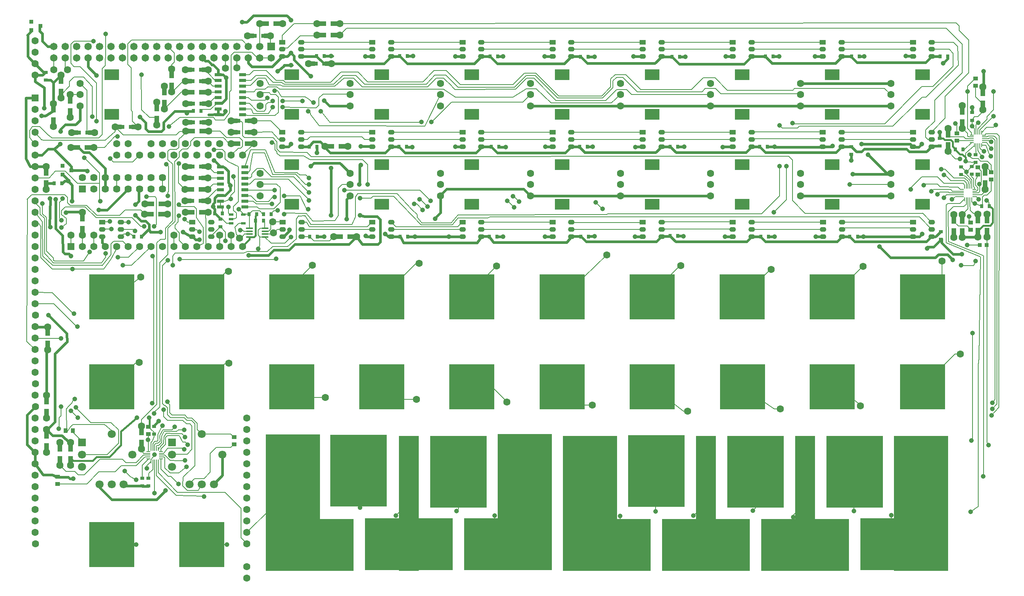
<source format=gtl>
%FSLAX33Y33*%
%MOMM*%
%AMRect-W741421-H941421-RO1.000*
21,1,0.741421,0.941421,0.,0.,180*%
%AMRR-H1089615-W1469615-R544807-RO0.000*
21,1,0.380001,1.089615,0.,0.,360*
21,1,1.469615,0.000001,0.,0.,360*
1,1,1.089614,-0.1900005,0.0000005*
1,1,1.089614,0.1900005,0.0000005*
1,1,1.089614,0.1900005,-0.0000005*
1,1,1.089614,-0.1900005,-0.0000005*%
%AMRect-W2403400-H3200000-RO0.500*
21,1,2.4034,3.2,0.,0.,270*%
%AMRR-H192474-W893701-R96237-RO0.000*
21,1,0.701227,0.192474,0.,0.,360*
1,1,0.192474,-0.3506135,0.*
1,1,0.192474,0.3506135,0.*
1,1,0.192474,0.3506135,-0.*
1,1,0.192474,-0.3506135,0.*%
%AMRR-H893701-W192474-R96237-RO0.000*
21,1,0.192474,0.701227,0.,0.,360*
1,1,0.192474,0.,0.3506135*
1,1,0.192474,0.,0.3506135*
1,1,0.192474,0.,-0.3506135*
1,1,0.192474,-0.,-0.3506135*%
%AMRect-W670710-H870710-RO0.500*
21,1,0.67071,0.87071,0.,0.,270*%
%AMRect-W842120-H941421-RO0.500*
21,1,0.84212,0.941421,0.,0.,270*%
%AMRect-W741421-H941421-RO1.500*
21,1,0.741421,0.941421,0.,0.,90*%
%AMRect-W800000-H900000-RO0.500*
21,1,0.8,0.9,0.,0.,270*%
%AMRect-W741421-H941421-RO0.500*
21,1,0.741421,0.941421,0.,0.,270*%
%AMRect-W670710-H870710-RO1.000*
21,1,0.67071,0.87071,0.,0.,180*%
%AMRect-W842120-H941421-RO1.500*
21,1,0.84212,0.941421,0.,0.,90*%
%AMRect-W670710-H870710-RO1.500*
21,1,0.67071,0.87071,0.,0.,90*%
%AMRect-W893701-H192474-RO1.000*
21,1,0.893701,0.192474,0.,0.,180*%
%AMRR-H192474-W893701-R96237-RO1.000*
21,1,0.701227,0.192474,0.,0.,180*
1,1,0.192474,0.3506135,-0.*
1,1,0.192474,-0.3506135,-0.*
1,1,0.192474,-0.3506135,0.*
1,1,0.192474,0.3506135,0.*%
%AMRR-H893701-W192474-R96237-RO1.000*
21,1,0.192474,0.701227,0.,0.,180*
1,1,0.192474,0.,-0.3506135*
1,1,0.192474,-0.,-0.3506135*
1,1,0.192474,-0.,0.3506135*
1,1,0.192474,0.,0.3506135*%
%AMRect-W1650000-H1650000-RO0.500*
21,1,1.65,1.65,0.,0.,270*%
%AMRect-W842120-H941421-RO1.000*
21,1,0.84212,0.941421,0.,0.,180*%
%AMRect-W600000-H1500000-RO1.500*
21,1,0.6,1.5,0.,0.,90*%
%AMRect-W1600000-H1600000-RO0.500*
21,1,1.6,1.6,0.,0.,270*%
%AMRect-W1600000-H300000-RO1.000*
21,1,1.6,0.3,0.,0.,180*%
%AMRR-H300000-W1600000-R150000-RO1.000*
21,1,1.3,0.3,0.,0.,180*
1,1,0.3,0.65,-0.*
1,1,0.3,-0.65,-0.*
1,1,0.3,-0.65,0.*
1,1,0.3,0.65,0.*%
%AMRR-H300000-W1600000-R150000-RO0.000*
21,1,1.3,0.3,0.,0.,360*
1,1,0.3,-0.65,0.*
1,1,0.3,0.65,0.*
1,1,0.3,0.65,-0.*
1,1,0.3,-0.65,0.*%
%ADD10C,0.2032*%
%ADD11C,0.6096*%
%ADD12C,0.381*%
%ADD13C,1.0668*%
%ADD14C,1.*%
%ADD15C,1.6*%
%ADD16Rect-W741421-H941421-RO1.000*%
%ADD17R,0.67071X0.87071*%
%ADD18R,1.469615X1.089615*%
%ADD19RR-H1089615-W1469615-R544807-RO0.000*%
%ADD20C,1.6*%
%ADD21Rect-W2403400-H3200000-RO0.500*%
%ADD22R,1.8X1.8*%
%ADD23C,1.8*%
%ADD24R,10.X10.*%
%ADD25R,0.741421X0.941421*%
%ADD26C,1.6*%
%ADD27R,0.893701X0.192474*%
%ADD28RR-H192474-W893701-R96237-RO0.000*%
%ADD29RR-H893701-W192474-R96237-RO0.000*%
%ADD30Rect-W670710-H870710-RO0.500*%
%ADD31Rect-W842120-H941421-RO0.500*%
%ADD32C,1.6*%
%ADD33Rect-W741421-H941421-RO1.500*%
%ADD34Rect-W800000-H900000-RO0.500*%
%ADD35R,1.62X1.62*%
%ADD36C,1.62*%
%ADD37Rect-W741421-H941421-RO0.500*%
%ADD38Rect-W670710-H870710-RO1.000*%
%ADD39Rect-W842120-H941421-RO1.500*%
%ADD40Rect-W670710-H870710-RO1.500*%
%ADD41R,1.6X1.6*%
%ADD42Rect-W893701-H192474-RO1.000*%
%ADD43RR-H192474-W893701-R96237-RO1.000*%
%ADD44RR-H893701-W192474-R96237-RO1.000*%
%ADD45C,1.65*%
%ADD46Rect-W1650000-H1650000-RO0.500*%
%ADD47R,1.05X0.6*%
%ADD48Rect-W842120-H941421-RO1.000*%
%ADD49Rect-W600000-H1500000-RO1.500*%
%ADD50R,0.84212X0.941421*%
%ADD51Rect-W1600000-H1600000-RO0.500*%
%ADD52Rect-W1600000-H300000-RO1.000*%
%ADD53RR-H300000-W1600000-R150000-RO1.000*%
%ADD54RR-H300000-W1600000-R150000-RO0.000*%
%ADD55R,12.X30.*%
%ADD56R,4.5X30.*%
%ADD57R,19.5X11.5*%
%ADD58R,12.5X16.*%
D10*
%LNtop copper_traces*%
G01*
X9680Y116070D02*
X10225Y115525D01*
X49485Y78990D02*
X50475Y78990D01*
X12052Y40318D02*
X12207Y40318D01*
X47418Y82369D02*
X46510Y82369D01*
X54865Y105775D02*
X55765Y107225D01*
X210717Y80005D02*
X209956Y80766D01*
X91750Y114325D02*
X94200Y114325D01*
X30314Y33105D02*
X30314Y34490D01*
D11*
X45925Y90411D02*
X46482Y89854D01*
D10*
X31804Y29875D02*
X32954Y28725D01*
X82100Y120045D02*
X97900Y120045D01*
X32954Y25925D02*
X34950Y25925D01*
D11*
X65480Y118445D02*
X66250Y117675D01*
D10*
X211525Y101564D02*
X211525Y102485D01*
X18450Y36725D02*
X11396Y36725D01*
D12*
X206705Y99500D02*
X206705Y98477D01*
D11*
X164075Y78425D02*
X165150Y77350D01*
D10*
X70675Y125755D02*
X207495Y125955D01*
X54275Y106825D02*
X54275Y107825D01*
X29950Y28486D02*
X29950Y25381D01*
X24451Y122150D02*
X25375Y122150D01*
X212325Y102409D02*
X213714Y103797D01*
X82571Y87402D02*
X88667Y81077D01*
X217006Y40456D02*
X215350Y38725D01*
X199848Y91700D02*
X203325Y91700D01*
X28991Y33002D02*
X29196Y33266D01*
X43577Y110537D02*
X41430Y110537D01*
X72550Y103075D02*
X89540Y103000D01*
X13775Y113900D02*
X11660Y113900D01*
X54030Y81625D02*
X53695Y81960D01*
D11*
X55685Y116230D02*
X51107Y116230D01*
D10*
X30350Y25994D02*
X34594Y21575D01*
X59075Y120325D02*
X57750Y120325D01*
X10000Y40150D02*
X10025Y35094D01*
X12990Y116200D02*
X11700Y116200D01*
D11*
X42907Y84553D02*
X42554Y84906D01*
D10*
X210050Y101410D02*
X210050Y100800D01*
D11*
X59848Y98990D02*
X59303Y98445D01*
D10*
X67425Y42675D02*
X62600Y42675D01*
X36375Y76265D02*
X35020Y77620D01*
X21525Y32496D02*
X21525Y35475D01*
D11*
X59004Y118445D02*
X57900Y118445D01*
D10*
X214876Y100372D02*
X215649Y100372D01*
X87745Y85700D02*
X89070Y84375D01*
D12*
X204617Y100250D02*
X204953Y99915D01*
D10*
X8875Y83329D02*
X9951Y82503D01*
D12*
X215094Y80874D02*
X215094Y80993D01*
D11*
X84150Y78425D02*
X84851Y77044D01*
D10*
X55381Y110000D02*
X54975Y110406D01*
X71350Y111200D02*
X93725Y111225D01*
X21365Y73850D02*
X23800Y73850D01*
X41910Y30272D02*
X43263Y31625D01*
X30023Y41181D02*
X30023Y77007D01*
X70675Y123215D02*
X72210Y124750D01*
X107975Y10075D02*
X105075Y12975D01*
X31953Y78010D02*
X31801Y77857D01*
X69569Y111844D02*
X71625Y113650D01*
X49075Y112050D02*
X50825Y112050D01*
X30939Y31252D02*
X31980Y32293D01*
X83090Y80655D02*
X82100Y81645D01*
X35125Y73671D02*
X35074Y73298D01*
X29454Y39354D02*
X29454Y38989D01*
D11*
X26075Y86300D02*
X26075Y88980D01*
D10*
X31629Y29475D02*
X31804Y29300D01*
X62100Y101645D02*
X77697Y101645D01*
X44785Y82144D02*
X44785Y82350D01*
D11*
X172990Y87500D02*
X193050Y87500D01*
D10*
X56856Y110875D02*
X57675Y109531D01*
X56749Y80045D02*
X57972Y80045D01*
X12225Y58425D02*
X7150Y63500D01*
D11*
X54836Y74261D02*
X50586Y74261D01*
D10*
X211539Y88525D02*
X211986Y88525D01*
D12*
X213507Y80874D02*
X215094Y80874D01*
D10*
X210875Y33125D02*
X211125Y33375D01*
X109725Y111200D02*
X112175Y113650D01*
X18575Y117950D02*
X18650Y118025D01*
X54975Y110406D02*
X53450Y110406D01*
X29150Y32429D02*
X29646Y32925D01*
D11*
X197846Y118554D02*
X196309Y118554D01*
D10*
X132150Y113850D02*
X133525Y113850D01*
X207870Y120700D02*
X207840Y120669D01*
X74825Y26400D02*
X75150Y18325D01*
X151112Y110637D02*
X151800Y111325D01*
X49575Y93920D02*
X50855Y97750D01*
X57450Y112150D02*
X57956Y111844D01*
X7081Y72563D02*
X12400Y72563D01*
X207275Y52325D02*
X208450Y52325D01*
D11*
X200725Y117125D02*
X202100Y118500D01*
D10*
X209060Y90250D02*
X209350Y89835D01*
D11*
X162100Y118450D02*
X165125Y118450D01*
D10*
X215265Y88545D02*
X214348Y87629D01*
X60807Y92275D02*
X63082Y90000D01*
D11*
X9850Y83790D02*
X9961Y83902D01*
D10*
X200750Y100497D02*
X200750Y102097D01*
X35831Y112992D02*
X33300Y110461D01*
D11*
X42231Y116658D02*
X41430Y117459D01*
D10*
X32684Y88535D02*
X32659Y93921D01*
X210015Y107515D02*
X210050Y102435D01*
X29550Y32236D02*
X29829Y32519D01*
X31980Y32293D02*
X32005Y33780D01*
X74100Y87250D02*
X74625Y87975D01*
X47035Y85140D02*
X48145Y86250D01*
D11*
X165125Y118450D02*
X166625Y116950D01*
D10*
X132900Y13075D02*
X132900Y16375D01*
X41438Y83885D02*
X40900Y83347D01*
X64253Y81164D02*
X73421Y81139D01*
X54036Y80290D02*
X52974Y80290D01*
X214225Y99375D02*
X215275Y97925D01*
X32529Y25200D02*
X33125Y25200D01*
D11*
X9535Y90750D02*
X10350Y90750D01*
D10*
X182100Y100045D02*
X198075Y100045D01*
D11*
X192135Y92500D02*
X187975Y96660D01*
D10*
X47418Y80511D02*
X47750Y78950D01*
D11*
X5595Y90315D02*
X7165Y90315D01*
X50320Y117018D02*
X50320Y118175D01*
D10*
X32410Y37650D02*
X35775Y37650D01*
X45240Y118110D02*
X45240Y115900D01*
X50000Y12700D02*
X55397Y18097D01*
X35072Y73364D02*
X35125Y73671D01*
X206850Y119175D02*
X206850Y116250D01*
X55575Y101716D02*
X55423Y101716D01*
X34925Y100131D02*
X34925Y98275D01*
X51303Y84169D02*
X50549Y83414D01*
X8875Y84181D02*
X8875Y83329D01*
D11*
X199210Y98352D02*
X199848Y98990D01*
D10*
X5525Y82450D02*
X5525Y82632D01*
X76150Y112300D02*
X89850Y112300D01*
D11*
X60695Y76760D02*
X72705Y76760D01*
D10*
X113737Y113650D02*
X118712Y108675D01*
D11*
X182150Y78450D02*
X183811Y78450D01*
D10*
X23150Y28250D02*
X22425Y29001D01*
X32100Y30950D02*
X32492Y31433D01*
X87200Y85700D02*
X87745Y85700D01*
X52105Y85670D02*
X51475Y86300D01*
X50650Y90131D02*
X49706Y90131D01*
X55550Y91705D02*
X60420Y91705D01*
X60515Y125760D02*
X65590Y125760D01*
D11*
X42907Y83662D02*
X42890Y83671D01*
D10*
X31574Y32513D02*
X31599Y33946D01*
X208761Y88925D02*
X208417Y88925D01*
D11*
X3000Y109220D02*
X1025Y109220D01*
X197075Y97270D02*
X200840Y97270D01*
D10*
X40000Y34600D02*
X39025Y35575D01*
X205725Y100575D02*
X209190Y100575D01*
D11*
X45466Y109065D02*
X45466Y113785D01*
D12*
X51591Y78340D02*
X51951Y78700D01*
D10*
X46535Y76290D02*
X46535Y78805D01*
X29554Y21408D02*
X29550Y26675D01*
X52410Y118110D02*
X55400Y118110D01*
X54810Y86250D02*
X55810Y87250D01*
X48125Y98100D02*
X48677Y98100D01*
D11*
X185975Y118450D02*
X187198Y118450D01*
D10*
X46510Y86877D02*
X45250Y86300D01*
X9712Y85000D02*
X8894Y84181D01*
X31804Y27075D02*
X31804Y29300D01*
X63082Y90000D02*
X63825Y90000D01*
X208761Y87325D02*
X207362Y87325D01*
D11*
X28372Y79995D02*
X28606Y79431D01*
D10*
X207495Y125955D02*
X208200Y125250D01*
X61004Y82300D02*
X61525Y83050D01*
X5125Y74719D02*
X5615Y74229D01*
X18390Y98275D02*
X16090Y98275D01*
X74625Y87975D02*
X83400Y88025D01*
X32950Y97800D02*
X32500Y97350D01*
X205034Y93400D02*
X204225Y93400D01*
X47035Y84300D02*
X47035Y85140D01*
X31701Y40900D02*
X31295Y41306D01*
X32659Y94045D02*
X32554Y94150D01*
X32500Y74450D02*
X30700Y72650D01*
X23601Y116675D02*
X23576Y121260D01*
X52584Y78831D02*
X52925Y78340D01*
D11*
X186495Y98990D02*
X197355Y98990D01*
D10*
X32954Y28725D02*
X34827Y28673D01*
X182100Y121645D02*
X197900Y121645D01*
X29950Y31912D02*
X30125Y32062D01*
X96323Y109415D02*
X109098Y109390D01*
X91575Y115325D02*
X94300Y115325D01*
X50620Y114445D02*
X51525Y115350D01*
X22425Y29001D02*
X17379Y29001D01*
X13950Y25496D02*
X12604Y25496D01*
X214679Y100175D02*
X213810Y100175D01*
X6165Y91440D02*
X7500Y93029D01*
X183900Y90025D02*
X193050Y90025D01*
X213575Y25375D02*
X213550Y74203D01*
X211548Y87725D02*
X213125Y87725D01*
X54275Y107825D02*
X54720Y108270D01*
D11*
X5908Y97892D02*
X4536Y96520D01*
D10*
X19900Y76850D02*
X19900Y74450D01*
X52155Y111175D02*
X54056Y111175D01*
X32500Y95500D02*
X33625Y94500D01*
X214650Y32075D02*
X214325Y32675D01*
D11*
X104774Y77171D02*
X121024Y77171D01*
D10*
X27167Y30275D02*
X26625Y30817D01*
D11*
X78859Y82936D02*
X76150Y82936D01*
D10*
X4250Y73775D02*
X6825Y71200D01*
X64636Y81926D02*
X69576Y81951D01*
X55304Y81354D02*
X55800Y81850D01*
X206957Y91477D02*
X205034Y93400D01*
X3875Y81280D02*
X4250Y80680D01*
X205631Y85806D02*
X205250Y85425D01*
X26650Y106650D02*
X28404Y104896D01*
X14075Y85000D02*
X9712Y85000D01*
X78052Y87402D02*
X82571Y87402D01*
X8425Y86050D02*
X9100Y86725D01*
X210625Y96150D02*
X210625Y96590D01*
X34055Y80940D02*
X34809Y81694D01*
X117525Y62350D02*
X120000Y65050D01*
X89540Y103000D02*
X92990Y110000D01*
X49335Y79640D02*
X50549Y79640D01*
X35096Y85088D02*
X38346Y85104D01*
X34925Y85500D02*
X34809Y85375D01*
D11*
X79110Y76760D02*
X79625Y77275D01*
D10*
X49711Y88764D02*
X49507Y88968D01*
X213156Y85200D02*
X211675Y85806D01*
X37850Y38150D02*
X36875Y38150D01*
X34450Y97800D02*
X32950Y97800D01*
D11*
X180805Y97150D02*
X182100Y98445D01*
D10*
X207990Y116565D02*
X207840Y120669D01*
X122100Y121645D02*
X137805Y121645D01*
D12*
X212350Y79716D02*
X213507Y80874D01*
D10*
X76149Y100045D02*
X77762Y100045D01*
X52300Y93600D02*
X53655Y93600D01*
D11*
X105750Y118475D02*
X105780Y118445D01*
D10*
X28161Y30771D02*
X28161Y33331D01*
X62172Y81645D02*
X63285Y81645D01*
X45190Y95740D02*
X45190Y97253D01*
D11*
X51107Y116230D02*
X50320Y117018D01*
X75336Y98480D02*
X77978Y98480D01*
D10*
X96900Y82550D02*
X103515Y82550D01*
X54975Y112150D02*
X57450Y112150D01*
D11*
X116154Y118445D02*
X117900Y118445D01*
D10*
X28750Y28486D02*
X27844Y27580D01*
X211525Y105085D02*
X211090Y104320D01*
X29950Y31264D02*
X29950Y31912D01*
X76770Y80615D02*
X77800Y81645D01*
X35800Y32825D02*
X36374Y32825D01*
X201202Y100045D02*
X202100Y100045D01*
D11*
X68405Y107500D02*
X67218Y108687D01*
D10*
X54306Y115350D02*
X56500Y113156D01*
X199925Y109375D02*
X198825Y108275D01*
D11*
X184510Y92275D02*
X192550Y92275D01*
X140595Y116920D02*
X142100Y118425D01*
D10*
X41430Y114770D02*
X43025Y113175D01*
D11*
X31050Y101816D02*
X28184Y101816D01*
D10*
X5525Y82632D02*
X4650Y83507D01*
X10650Y112890D02*
X10650Y111850D01*
X31290Y91515D02*
X31290Y89060D01*
X45529Y81400D02*
X44785Y82144D01*
D11*
X63900Y98455D02*
X64718Y99527D01*
D10*
X40192Y106710D02*
X39900Y106418D01*
X25375Y122150D02*
X28075Y122125D01*
X102250Y100045D02*
X117900Y100045D01*
X55484Y108270D02*
X55765Y108550D01*
X209590Y95144D02*
X211235Y94969D01*
X18700Y73850D02*
X18700Y74725D01*
X95352Y81509D02*
X96909Y83294D01*
X168925Y102544D02*
X172250Y102544D01*
X49065Y99750D02*
X49065Y99750D01*
X214567Y100804D02*
X215875Y100804D01*
X32514Y88236D02*
X32684Y88535D01*
X109450Y111625D02*
X112050Y114225D01*
X36175Y110461D02*
X37836Y110461D01*
X122100Y100045D02*
X137715Y100045D01*
X75675Y111725D02*
X90125Y111725D01*
D11*
X9625Y74600D02*
X9175Y75050D01*
X101126Y77044D02*
X102125Y78475D01*
D10*
X206005Y88125D02*
X205780Y88350D01*
D11*
X122100Y98445D02*
X123700Y98445D01*
D10*
X205631Y85806D02*
X208324Y85806D01*
D12*
X51951Y83035D02*
X52330Y83414D01*
D10*
X214325Y32675D02*
X214325Y41825D01*
D12*
X15770Y28650D02*
X16625Y29505D01*
D10*
X211800Y111951D02*
X211800Y109478D01*
X54325Y114275D02*
X55850Y112750D01*
X2865Y99060D02*
X1800Y100400D01*
X32171Y34698D02*
X34075Y34673D01*
X35738Y97925D02*
X36820Y97925D01*
D11*
X185640Y78450D02*
X198140Y78450D01*
D10*
X10900Y36200D02*
X10119Y35094D01*
D11*
X4650Y114300D02*
X5375Y115025D01*
D10*
X209750Y86736D02*
X209750Y85629D01*
X195075Y106875D02*
X191650Y103450D01*
X209750Y85629D02*
X209208Y85087D01*
X52850Y84169D02*
X51303Y84169D01*
D11*
X104020Y118475D02*
X105620Y116875D01*
D10*
X43995Y76265D02*
X43970Y76290D01*
X200000Y45050D02*
X207275Y52325D01*
X162100Y100150D02*
X177552Y100150D01*
D11*
X9961Y83902D02*
X13510Y83902D01*
X45925Y92950D02*
X45925Y90411D01*
D10*
X48735Y77965D02*
X49485Y78990D01*
D11*
X213404Y111730D02*
X213625Y111951D01*
X102100Y118445D02*
X104020Y118445D01*
D10*
X11660Y113900D02*
X10650Y112890D01*
D11*
X197993Y98352D02*
X199210Y98352D01*
X197355Y98990D02*
X197900Y98445D01*
D10*
X42517Y111905D02*
X41430Y112992D01*
X8750Y38600D02*
X8375Y38250D01*
X47150Y119375D02*
X51069Y119375D01*
X28750Y28933D02*
X29454Y29779D01*
X44785Y82350D02*
X44610Y82350D01*
D11*
X203875Y98550D02*
X202175Y98550D01*
X42534Y85700D02*
X42534Y85104D01*
D10*
X215475Y99775D02*
X213810Y99775D01*
D11*
X58350Y116561D02*
X60122Y116561D01*
D10*
X131806Y114425D02*
X134181Y114425D01*
D11*
X182200Y118450D02*
X184150Y118450D01*
D10*
X44610Y84595D02*
X44610Y83550D01*
X30735Y34273D02*
X31360Y35540D01*
X31953Y80284D02*
X31953Y78010D01*
X29150Y31264D02*
X29150Y32429D01*
X96975Y26175D02*
X96975Y17850D01*
X33325Y30093D02*
X33706Y30525D01*
X169943Y96302D02*
X170323Y96302D01*
X173975Y19175D02*
X171350Y16550D01*
X30939Y29875D02*
X31804Y29875D01*
X42876Y109365D02*
X41509Y107997D01*
D11*
X80505Y116850D02*
X82100Y118445D01*
D10*
X64137Y105638D02*
X66125Y103075D01*
D11*
X3075Y40640D02*
X1270Y38835D01*
D10*
X7081Y73660D02*
X5531Y75210D01*
X6075Y100925D02*
X6754Y100347D01*
X88740Y86535D02*
X90175Y85100D01*
X56730Y111713D02*
X57269Y111175D01*
X107850Y41650D02*
X104450Y45050D01*
X51525Y115350D02*
X54306Y115350D01*
X54030Y78990D02*
X55715Y78990D01*
X57025Y106100D02*
X57025Y106050D01*
X46525Y118685D02*
X46525Y110935D01*
X36600Y36825D02*
X35775Y37650D01*
X54030Y80290D02*
X54030Y81625D01*
X35800Y32825D02*
X34996Y34225D01*
X48415Y100400D02*
X49065Y99750D01*
X204400Y69325D02*
X204400Y72875D01*
X49075Y114445D02*
X50620Y114445D01*
X2400Y102935D02*
X4050Y102935D01*
X33625Y81955D02*
X31953Y80284D01*
X34050Y36144D02*
X33447Y35540D01*
X32492Y31433D02*
X36090Y31433D01*
X48145Y86229D02*
X48140Y93979D01*
D11*
X30000Y20000D02*
X32000Y22000D01*
D12*
X203875Y100250D02*
X204617Y100250D01*
D10*
X205784Y77329D02*
X213550Y74203D01*
X209750Y89514D02*
X209750Y90393D01*
D11*
X17300Y23400D02*
X17300Y22700D01*
D10*
X49625Y86300D02*
X51475Y86300D01*
X9728Y93029D02*
X12442Y90315D01*
X49075Y106825D02*
X51025Y106825D01*
X35139Y101816D02*
X36883Y101816D01*
X55397Y18097D02*
X55397Y19525D01*
X36853Y81645D02*
X36309Y82190D01*
D11*
X28606Y79431D02*
X30887Y79431D01*
D10*
X31801Y77857D02*
X30873Y77857D01*
D11*
X2200Y124100D02*
X1350Y123250D01*
D10*
X56200Y110875D02*
X56856Y110875D01*
X210015Y111856D02*
X211709Y113550D01*
X40900Y82550D02*
X40925Y82525D01*
X119000Y109225D02*
X129019Y109225D01*
X206550Y86736D02*
X207170Y87183D01*
X209846Y92210D02*
X209846Y92838D01*
X215649Y100372D02*
X216150Y99871D01*
X24504Y82659D02*
X26435Y80750D01*
X209846Y92210D02*
X210985Y91071D01*
X210325Y114834D02*
X205075Y109584D01*
X10950Y121175D02*
X10950Y117050D01*
D11*
X105620Y116875D02*
X120530Y116875D01*
D10*
X214286Y102725D02*
X215800Y102725D01*
D11*
X112990Y107500D02*
X192990Y107500D01*
X4536Y96520D02*
X3000Y96520D01*
X76534Y78445D02*
X77900Y78445D01*
D10*
X205683Y83917D02*
X205784Y77329D01*
X30760Y32925D02*
X30735Y34273D01*
X214348Y87629D02*
X213795Y87629D01*
X31295Y71950D02*
X31400Y72050D01*
X38430Y100400D02*
X44863Y100400D01*
X57750Y107225D02*
X65378Y107078D01*
X193075Y12875D02*
X193075Y16575D01*
X61230Y92681D02*
X61800Y92111D01*
X24325Y106496D02*
X24325Y115951D01*
D11*
X167005Y98349D02*
X177800Y98349D01*
D10*
X62250Y80045D02*
X77900Y80045D01*
D11*
X2200Y124300D02*
X2200Y124100D01*
X160425Y116775D02*
X162100Y118450D01*
D10*
X14425Y85406D02*
X16715Y83142D01*
D11*
X23185Y23015D02*
X22700Y23500D01*
D10*
X112050Y111250D02*
X114237Y111250D01*
D11*
X74390Y78445D02*
X75650Y76760D01*
D10*
X41438Y91505D02*
X43995Y91505D01*
D12*
X10860Y29310D02*
X11520Y28650D01*
D10*
X34823Y35468D02*
X34456Y35127D01*
D11*
X3000Y112850D02*
X5021Y111504D01*
X23670Y88975D02*
X19861Y85166D01*
D10*
X23038Y84322D02*
X26513Y84322D01*
X20000Y34600D02*
X20000Y35300D01*
X14075Y85000D02*
X16593Y82659D01*
X31295Y41306D02*
X31295Y71950D01*
X34031Y95136D02*
X35020Y96125D01*
X59848Y78303D02*
X58510Y76965D01*
X16715Y83142D02*
X21858Y83142D01*
X43240Y88840D02*
X44175Y88840D01*
X131325Y111531D02*
X131325Y113025D01*
X213350Y87234D02*
X213795Y87629D01*
X30939Y26790D02*
X32529Y25200D01*
X112050Y114225D02*
X114000Y114225D01*
X29150Y28400D02*
X29150Y26725D01*
X56058Y84169D02*
X56900Y84169D01*
X122100Y81550D02*
X137700Y81550D01*
X30492Y32062D02*
X31171Y32700D01*
X95507Y108333D02*
X111272Y108333D01*
X212425Y49900D02*
X212600Y51400D01*
X209375Y91477D02*
X206957Y91477D01*
X203961Y89514D02*
X203325Y90150D01*
X214339Y105085D02*
X215775Y106650D01*
X36244Y88975D02*
X34824Y90395D01*
X212289Y88829D02*
X212289Y89296D01*
X55730Y76200D02*
X59100Y76200D01*
X114237Y111250D02*
X117562Y108128D01*
X216275Y103200D02*
X215800Y102725D01*
X43675Y111905D02*
X42517Y111905D01*
X63262Y83624D02*
X64636Y81926D01*
X214794Y86056D02*
X214348Y86450D01*
X35800Y23025D02*
X36800Y22025D01*
D11*
X9610Y57350D02*
X6000Y60960D01*
X202870Y73736D02*
X203556Y74422D01*
D10*
X102100Y120045D02*
X117805Y120045D01*
X210950Y86736D02*
X210950Y86106D01*
X36875Y38150D02*
X36756Y38294D01*
X30939Y30771D02*
X30939Y31252D01*
D11*
X97993Y98445D02*
X96317Y98445D01*
D10*
X43675Y113175D02*
X43025Y113175D01*
D11*
X42536Y116646D02*
X42231Y116646D01*
D10*
X213125Y101564D02*
X214286Y102725D01*
X142100Y120045D02*
X157795Y120045D01*
X32500Y97350D02*
X32500Y95500D01*
D11*
X12990Y107500D02*
X12990Y104277D01*
D10*
X40000Y10000D02*
X45600Y10000D01*
X92075Y113675D02*
X93700Y113675D01*
D11*
X186495Y97270D02*
X187125Y97900D01*
D10*
X47015Y91310D02*
X47335Y90990D01*
X204750Y87075D02*
X205400Y87725D01*
X212352Y105085D02*
X211525Y105085D01*
D11*
X44800Y105555D02*
X45195Y105950D01*
D10*
X41910Y26086D02*
X40513Y24689D01*
D11*
X185475Y117125D02*
X200725Y117125D01*
D10*
X173990Y83600D02*
X199945Y83600D01*
X20000Y45050D02*
X25350Y50400D01*
D11*
X62555Y118445D02*
X65322Y118445D01*
D10*
X55715Y78990D02*
X55975Y79250D01*
D11*
X6879Y34246D02*
X5560Y35565D01*
D10*
X20985Y100725D02*
X20690Y100725D01*
X31171Y32700D02*
X31171Y34122D01*
X214775Y97000D02*
X215175Y96333D01*
X10800Y110000D02*
X12990Y110000D01*
D11*
X66250Y117675D02*
X66390Y117675D01*
D12*
X16625Y29505D02*
X19560Y29505D01*
D10*
X55855Y100400D02*
X56725Y99530D01*
D11*
X5450Y90170D02*
X5595Y90315D01*
D10*
X13775Y113900D02*
X15750Y111800D01*
X207635Y101410D02*
X207635Y103215D01*
D11*
X25273Y83142D02*
X26520Y81895D01*
D12*
X51951Y78700D02*
X51951Y83035D01*
D11*
X3000Y114300D02*
X3000Y112850D01*
D10*
X23800Y73850D02*
X26215Y76265D01*
X48231Y84494D02*
X49210Y83515D01*
X46225Y105950D02*
X45020Y104326D01*
X52105Y85670D02*
X55640Y85670D01*
X49625Y87500D02*
X50975Y87500D01*
X16650Y104050D02*
X16650Y112540D01*
X41389Y86425D02*
X41389Y86989D01*
X43675Y109365D02*
X42876Y109365D01*
X34825Y23500D02*
X33125Y25200D01*
X30760Y31710D02*
X30939Y31912D01*
X214775Y97000D02*
X214064Y98786D01*
X204775Y90250D02*
X209060Y90250D01*
X5531Y75210D02*
X5531Y82444D01*
X45830Y95100D02*
X48140Y93979D01*
X18700Y74300D02*
X18950Y74825D01*
X85750Y19175D02*
X83125Y16425D01*
X213350Y85445D02*
X213156Y85200D01*
X210175Y90677D02*
X209375Y91477D01*
X58350Y112300D02*
X69311Y112300D01*
X48600Y79900D02*
X49100Y79900D01*
X142100Y81750D02*
X157802Y81750D01*
D11*
X144025Y98445D02*
X145320Y97150D01*
D10*
X33447Y38775D02*
X36275Y38775D01*
X140000Y45050D02*
X146975Y39675D01*
X33900Y119246D02*
X33900Y117175D01*
D11*
X194129Y77350D02*
X200880Y77350D01*
D10*
X200800Y109375D02*
X199925Y109375D01*
X162100Y120045D02*
X177900Y120045D01*
X62100Y100045D02*
X63505Y100045D01*
D11*
X208946Y78315D02*
X212350Y78315D01*
D10*
X51025Y106825D02*
X51475Y105775D01*
X56000Y84575D02*
X57450Y86025D01*
D11*
X176301Y78450D02*
X177945Y78450D01*
D10*
X55304Y80140D02*
X55304Y81354D01*
X30873Y77857D02*
X30050Y77035D01*
X7500Y93029D02*
X9728Y93029D01*
D11*
X44496Y108095D02*
X45466Y109065D01*
D10*
X4495Y99955D02*
X4050Y100400D01*
D11*
X28372Y81122D02*
X27599Y81895D01*
D10*
X31360Y35540D02*
X33447Y35540D01*
X215392Y92697D02*
X214143Y93946D01*
X169800Y86675D02*
X167000Y83875D01*
D11*
X122100Y118445D02*
X124125Y118445D01*
D10*
X82100Y101645D02*
X97800Y101645D01*
X40000Y45050D02*
X45200Y50250D01*
X58510Y76965D02*
X55404Y76965D01*
X31900Y40900D02*
X31701Y40900D01*
X137481Y111125D02*
X148775Y111125D01*
X212950Y97892D02*
X213677Y97367D01*
X49300Y74825D02*
X50198Y75139D01*
X43264Y31627D02*
X46450Y31625D01*
D11*
X60477Y117748D02*
X64154Y114071D01*
D10*
X202100Y121500D02*
X202245Y121645D01*
X3000Y99060D02*
X2865Y99060D01*
X71625Y113650D02*
X73750Y113650D01*
X25500Y27575D02*
X27425Y29475D01*
X46510Y76265D02*
X46535Y76290D01*
D11*
X44600Y25400D02*
X44600Y30000D01*
D10*
X4050Y100400D02*
X2850Y101600D01*
D11*
X43900Y105555D02*
X44800Y105555D01*
D10*
X51025Y108700D02*
X54055Y108700D01*
X82100Y100045D02*
X97900Y100045D01*
X64050Y95550D02*
X62600Y96350D01*
X7300Y72975D02*
X7081Y73194D01*
X28236Y36045D02*
X28161Y36177D01*
X29950Y81100D02*
X29375Y80450D01*
X203961Y89514D02*
X207876Y89464D01*
X47200Y33850D02*
X46450Y34600D01*
X162975Y18175D02*
X162325Y17525D01*
X70325Y83100D02*
X70325Y89150D01*
X73421Y81139D02*
X74100Y82825D01*
X102200Y81645D02*
X117780Y81645D01*
X26775Y27600D02*
X28250Y29075D01*
X31625Y35127D02*
X34431Y35127D01*
X22100Y78445D02*
X22645Y78990D01*
X205328Y77047D02*
X205277Y82223D01*
D11*
X31551Y103801D02*
X31551Y102318D01*
D10*
X169800Y94125D02*
X169800Y86675D01*
X49711Y88764D02*
X56225Y88764D01*
D11*
X103775Y78475D02*
X104774Y77171D01*
D10*
X30314Y32513D02*
X30760Y32925D01*
D11*
X75108Y89975D02*
X75108Y94089D01*
X68700Y89290D02*
X68704Y89295D01*
X14760Y116165D02*
X14760Y118110D01*
D10*
X10950Y78755D02*
X10950Y76290D01*
X46225Y105950D02*
X46225Y110635D01*
X63875Y108931D02*
X64931Y107875D01*
X47150Y119340D02*
X46510Y118700D01*
D11*
X140950Y77300D02*
X142150Y78500D01*
D10*
X68456Y103850D02*
X78875Y103850D01*
X9680Y118110D02*
X9680Y116070D01*
X28250Y25825D02*
X28250Y24792D01*
X34925Y98275D02*
X34450Y97800D01*
X95687Y111663D02*
X96275Y111100D01*
X4650Y83507D02*
X4650Y85825D01*
X34381Y20900D02*
X40400Y20800D01*
X64137Y105606D02*
X64137Y105838D01*
X136738Y110637D02*
X151112Y110637D01*
X151975Y19175D02*
X149250Y16450D01*
D11*
X4500Y105292D02*
X5267Y105254D01*
D10*
X47335Y88423D02*
X46482Y87570D01*
D11*
X42860Y86006D02*
X42534Y85679D01*
D10*
X62100Y120045D02*
X77900Y120045D01*
X43995Y91505D02*
X44200Y91300D01*
D11*
X13835Y97125D02*
X13635Y97340D01*
X142100Y118425D02*
X144400Y118425D01*
D10*
X28161Y29875D02*
X27100Y29875D01*
D11*
X213625Y111951D02*
X213625Y115200D01*
D10*
X4050Y102935D02*
X4050Y102935D01*
X28138Y33331D02*
X28138Y34603D01*
D11*
X43650Y105580D02*
X41509Y105555D01*
D10*
X216556Y100175D02*
X216556Y41281D01*
X63275Y84550D02*
X63646Y84550D01*
X210150Y86736D02*
X210150Y84630D01*
X19869Y37131D02*
X21525Y35475D01*
D11*
X67096Y116850D02*
X80505Y116850D01*
X4650Y121850D02*
X5850Y120650D01*
D10*
X211925Y98525D02*
X211925Y96881D01*
D11*
X56025Y75425D02*
X54836Y74261D01*
D10*
X216150Y100575D02*
X215875Y100804D01*
X64575Y72050D02*
X60000Y67475D01*
X51774Y91205D02*
X50650Y90131D01*
D12*
X50636Y77851D02*
X50636Y78340D01*
D10*
X40925Y76795D02*
X41455Y76265D01*
D11*
X0950Y108270D02*
X0950Y95800D01*
D10*
X55257Y120793D02*
X55257Y123047D01*
X30025Y122125D02*
X48975Y122095D01*
X37608Y99578D02*
X38430Y100400D01*
X50770Y91475D02*
X51124Y91829D01*
X36820Y97925D02*
X37608Y98713D01*
D11*
X4650Y121850D02*
X4650Y123514D01*
X51497Y127559D02*
X50049Y126111D01*
D10*
X214348Y43023D02*
X214348Y78450D01*
D12*
X209590Y96011D02*
X209590Y95230D01*
D10*
X30125Y32925D02*
X30314Y33105D01*
X3000Y66040D02*
X6810Y65990D01*
D11*
X28173Y23000D02*
X26790Y23000D01*
D10*
X35020Y77620D02*
X35020Y79290D01*
X32410Y37650D02*
X31560Y38500D01*
X213875Y106608D02*
X212352Y105085D01*
X37850Y31164D02*
X37850Y36350D01*
X10575Y40800D02*
X10000Y40150D01*
X41910Y30272D02*
X41910Y26086D01*
D11*
X7050Y112670D02*
X8745Y114365D01*
X72990Y87500D02*
X72187Y86697D01*
D10*
X41430Y114770D02*
X41430Y115541D01*
X142250Y101645D02*
X157900Y101645D01*
X64350Y96200D02*
X169943Y96302D01*
D11*
X44737Y114445D02*
X43675Y114445D01*
D10*
X128825Y109706D02*
X130825Y111706D01*
D11*
X146050Y116775D02*
X160425Y116775D01*
D10*
X33300Y116575D02*
X33300Y115541D01*
D11*
X59792Y119232D02*
X60477Y118546D01*
D10*
X57025Y106050D02*
X56275Y105350D01*
X69311Y112300D02*
X71386Y114250D01*
X212942Y95230D02*
X214411Y95230D01*
X56667Y96977D02*
X56667Y97317D01*
D11*
X125325Y77300D02*
X140950Y77300D01*
X70700Y94800D02*
X64910Y94800D01*
D10*
X210375Y82047D02*
X210717Y81705D01*
X22100Y81645D02*
X23800Y81645D01*
X15394Y37131D02*
X19869Y37131D01*
X211125Y33375D02*
X211125Y56975D01*
X36150Y35493D02*
X34823Y35468D01*
X171350Y16550D02*
X171350Y16100D01*
X94200Y114325D02*
X96900Y111625D01*
X52300Y93600D02*
X51380Y92680D01*
X11700Y116200D02*
X10950Y116950D01*
X20777Y26177D02*
X22180Y27580D01*
X5125Y74719D02*
X5100Y81960D01*
X210950Y86106D02*
X211433Y85935D01*
X48677Y98100D02*
X49084Y98506D01*
X97645Y83294D02*
X129906Y83306D01*
D11*
X5375Y113225D02*
X6495Y113225D01*
D10*
X202350Y111750D02*
X199875Y111750D01*
D11*
X26775Y23015D02*
X23185Y23015D01*
D12*
X28408Y38225D02*
X28408Y36532D01*
D10*
X33835Y76265D02*
X33835Y78780D01*
X56725Y99530D02*
X56725Y97900D01*
D11*
X205600Y118500D02*
X205600Y117925D01*
X6879Y34246D02*
X8971Y34246D01*
D10*
X95537Y111838D02*
X95687Y111663D01*
X8375Y38250D02*
X8375Y35650D01*
D11*
X105780Y118445D02*
X106883Y118445D01*
D10*
X42850Y92650D02*
X44175Y92650D01*
X76851Y89849D02*
X76851Y94468D01*
X203325Y90150D02*
X200600Y90150D01*
X7081Y73194D02*
X7081Y73660D01*
D11*
X25273Y85498D02*
X26075Y86300D01*
D10*
X24466Y72051D02*
X28755Y76265D01*
X1800Y100400D02*
X1800Y102075D01*
D11*
X31551Y102318D02*
X31050Y101816D01*
D10*
X208200Y124231D02*
X208200Y125250D01*
D11*
X60695Y76760D02*
X59410Y75425D01*
D10*
X49534Y100400D02*
X55855Y100400D01*
D11*
X64910Y94800D02*
X64235Y94125D01*
X120530Y116875D02*
X122100Y118445D01*
D12*
X212350Y78315D02*
X212350Y79716D01*
D10*
X54616Y75088D02*
X55730Y76200D01*
X52225Y86250D02*
X54810Y86250D01*
X94300Y115325D02*
X97428Y112197D01*
X45500Y100466D02*
X44125Y101841D01*
X54030Y79640D02*
X54804Y79640D01*
X196150Y108025D02*
X195075Y106875D01*
D11*
X43675Y115507D02*
X42536Y116646D01*
D10*
X213125Y87725D02*
X213925Y88525D01*
X205277Y82223D02*
X205250Y84100D01*
D11*
X12990Y104277D02*
X12014Y103302D01*
D10*
X58179Y113156D02*
X58585Y112750D01*
D11*
X208879Y78248D02*
X208946Y78315D01*
X74390Y78445D02*
X72705Y76760D01*
D10*
X57981Y108550D02*
X62331Y108550D01*
X203879Y88350D02*
X203350Y87821D01*
X49075Y110635D02*
X51615Y110635D01*
X17570Y86175D02*
X17325Y86420D01*
D11*
X13635Y97340D02*
X12700Y98275D01*
X38645Y77750D02*
X39484Y77750D01*
D10*
X200600Y90150D02*
X200325Y89875D01*
X148775Y111125D02*
X151375Y113725D01*
X46510Y81400D02*
X45529Y81400D01*
X17325Y86420D02*
X17325Y92575D01*
D11*
X142125Y78500D02*
X143975Y78500D01*
D10*
X4650Y81764D02*
X4700Y74100D01*
X93700Y113675D02*
X95537Y111838D01*
X10219Y87162D02*
X10219Y85988D01*
X12647Y72565D02*
X17715Y72565D01*
X69576Y81951D02*
X70325Y83100D01*
D11*
X6852Y25513D02*
X7950Y25000D01*
D10*
X102200Y80045D02*
X117780Y80045D01*
X122100Y120045D02*
X137900Y120045D01*
X212425Y18450D02*
X212425Y49900D01*
X210050Y102435D02*
X210859Y101513D01*
X50549Y83414D02*
X49324Y83414D01*
D11*
X145700Y78554D02*
X146935Y78554D01*
D10*
X157705Y100045D02*
X157900Y99850D01*
D11*
X68700Y83175D02*
X68700Y93321D01*
D10*
X35639Y100681D02*
X34950Y100131D01*
X107865Y86400D02*
X107950Y86400D01*
X53869Y106269D02*
X54275Y106825D01*
X36094Y38238D02*
X36681Y37650D01*
X215775Y110675D02*
X215775Y106650D01*
X61800Y92111D02*
X63164Y92111D01*
D11*
X190475Y76212D02*
X192951Y73736D01*
D10*
X45830Y95100D02*
X45190Y95740D01*
X209750Y92838D02*
X208642Y93946D01*
D11*
X145225Y77325D02*
X161050Y77325D01*
X1270Y32210D02*
X1270Y38835D01*
D10*
X43264Y31625D02*
X43263Y31625D01*
X58297Y83675D02*
X63262Y83624D01*
X47780Y118110D02*
X47780Y115900D01*
X142100Y100045D02*
X157705Y100045D01*
D11*
X193050Y92500D02*
X192135Y92500D01*
D10*
X87850Y82731D02*
X88894Y81509D01*
X212396Y95775D02*
X211108Y95775D01*
D11*
X104300Y98445D02*
X105665Y97080D01*
D10*
X4050Y102935D02*
X6010Y100975D01*
X47150Y119375D02*
X47150Y119340D01*
X26215Y96585D02*
X24680Y95050D01*
X49065Y98525D02*
X49065Y99750D01*
X57675Y109531D02*
X62950Y109506D01*
D11*
X83800Y98445D02*
X85165Y97080D01*
D10*
X34055Y80256D02*
X34055Y80940D01*
D11*
X206832Y74524D02*
X208767Y74524D01*
D10*
X212752Y102152D02*
X215800Y105200D01*
X62600Y96350D02*
X57341Y96350D01*
X17199Y26177D02*
X20777Y26177D01*
X49534Y100400D02*
X49084Y100850D01*
X29550Y31264D02*
X29550Y32236D01*
D11*
X7440Y52400D02*
X10125Y55085D01*
D10*
X25475Y28250D02*
X27100Y29875D01*
X49084Y98506D02*
X49065Y98525D01*
X63505Y100045D02*
X64050Y100590D01*
X49065Y103799D02*
X48509Y104205D01*
X21135Y76265D02*
X21135Y75835D01*
X34360Y101037D02*
X35139Y101816D01*
D11*
X197900Y78445D02*
X199400Y78445D01*
D10*
X213094Y93020D02*
X213094Y90567D01*
D11*
X59410Y75425D02*
X56025Y75425D01*
X44175Y93979D02*
X42829Y95325D01*
X17900Y78359D02*
X17900Y77098D01*
D10*
X29404Y35027D02*
X28236Y36045D01*
X38346Y85104D02*
X38825Y84625D01*
X48415Y100400D02*
X45600Y100400D01*
X40400Y80475D02*
X40400Y76882D01*
D11*
X3000Y114300D02*
X4650Y114300D01*
D10*
X29325Y41550D02*
X29325Y74125D01*
D11*
X100530Y116875D02*
X102100Y118445D01*
D10*
X30939Y31912D02*
X31574Y32513D01*
D11*
X9160Y78640D02*
X7600Y80200D01*
D10*
X35020Y79290D02*
X34055Y80256D01*
X202375Y88925D02*
X201975Y88525D01*
X4150Y83400D02*
X4150Y84825D01*
X57785Y100045D02*
X57162Y100045D01*
X1815Y102075D02*
X2400Y102935D01*
X184800Y26175D02*
X184800Y17450D01*
X50450Y92719D02*
X50793Y93240D01*
X208724Y92116D02*
X208649Y92144D01*
X216535Y101300D02*
X214135Y101300D01*
X32500Y80256D02*
X34055Y81810D01*
D11*
X57900Y118445D02*
X55685Y116230D01*
D10*
X47035Y84300D02*
X47700Y83635D01*
X52425Y113650D02*
X54175Y113650D01*
X202725Y108725D02*
X208875Y114875D01*
D11*
X200925Y97270D02*
X202100Y98445D01*
X184150Y118450D02*
X185475Y117125D01*
D10*
X56244Y92681D02*
X61230Y92681D01*
D11*
X102125Y78475D02*
X103775Y78475D01*
X31551Y103801D02*
X34025Y106275D01*
D10*
X46482Y87570D02*
X46482Y86877D01*
D11*
X80730Y97075D02*
X82100Y98445D01*
D10*
X29725Y87308D02*
X29950Y86895D01*
X211825Y89835D02*
X211825Y91071D01*
X171550Y103450D02*
X191650Y103450D01*
X66021Y107644D02*
X66021Y109227D01*
D11*
X67385Y98240D02*
X68550Y97075D01*
X12014Y103302D02*
X9709Y103302D01*
X125050Y97150D02*
X140805Y97150D01*
D10*
X206675Y88525D02*
X206275Y88925D01*
X29550Y28400D02*
X29550Y26675D01*
X18575Y116400D02*
X18575Y117950D01*
X32500Y74450D02*
X32500Y80256D01*
X130965Y108128D02*
X132990Y110000D01*
X212289Y93825D02*
X213094Y93020D01*
D11*
X9100Y90315D02*
X9535Y90750D01*
D10*
X102250Y101645D02*
X117800Y101645D01*
X50983Y113175D02*
X52083Y114275D01*
X117562Y108128D02*
X130965Y108128D01*
X208879Y83359D02*
X210150Y84630D01*
X211539Y87325D02*
X211985Y87325D01*
X19029Y30000D02*
X13400Y30000D01*
X111650Y114775D02*
X114231Y114775D01*
X57450Y86025D02*
X57450Y89325D01*
X171150Y86440D02*
X173990Y83600D01*
X20690Y100725D02*
X18390Y98275D01*
X54055Y108700D02*
X54720Y109365D01*
X8750Y38600D02*
X8750Y40675D01*
X11262Y41488D02*
X10575Y40800D01*
X122100Y101645D02*
X137820Y101645D01*
X28404Y104896D02*
X30000Y104896D01*
X6758Y100351D02*
X17147Y100351D01*
X54645Y111713D02*
X56730Y111713D01*
X66021Y109227D02*
X66929Y110134D01*
X29404Y33946D02*
X29404Y35027D01*
X49075Y109365D02*
X50360Y109365D01*
D11*
X30485Y37490D02*
X29550Y36555D01*
D10*
X35200Y104930D02*
X32725Y102950D01*
X209750Y90393D02*
X209254Y90889D01*
X43373Y108095D02*
X43675Y108095D01*
X5100Y81960D02*
X5100Y82450D01*
X133525Y113850D02*
X136738Y110637D01*
X51124Y92350D02*
X51124Y91829D01*
X129700Y108675D02*
X132150Y111125D01*
X24855Y80045D02*
X25225Y79675D01*
X212325Y97592D02*
X212325Y98786D01*
X20000Y10000D02*
X25425Y10000D01*
X14550Y110940D02*
X14550Y101525D01*
D11*
X94339Y89027D02*
X111463Y89027D01*
D10*
X26513Y84322D02*
X27409Y83425D01*
D11*
X5735Y35560D02*
X7425Y37250D01*
D10*
X210550Y89514D02*
X210600Y90840D01*
X208200Y124231D02*
X210325Y122106D01*
X53604Y83414D02*
X52850Y84169D01*
X51615Y110635D02*
X52155Y111175D01*
D11*
X75650Y76760D02*
X79110Y76760D01*
X7400Y37275D02*
X7400Y52400D01*
X92812Y87500D02*
X94339Y89027D01*
D10*
X212725Y98786D02*
X212725Y98117D01*
X22600Y101016D02*
X34226Y101016D01*
D11*
X157900Y98445D02*
X155671Y98445D01*
D10*
X60515Y125755D02*
X57900Y123140D01*
X62950Y109506D02*
X63875Y108931D01*
X205325Y124750D02*
X208875Y121200D01*
D11*
X122125Y78475D02*
X124150Y78475D01*
D12*
X204953Y99915D02*
X206291Y99915D01*
D10*
X61525Y83039D02*
X62959Y83064D01*
D12*
X28408Y36532D02*
X28138Y36262D01*
D10*
X31700Y106776D02*
X35510Y110586D01*
X4265Y87760D02*
X5450Y87750D01*
X97820Y81645D02*
X96830Y80655D01*
X182100Y101645D02*
X197900Y101645D01*
X213677Y97367D02*
X213925Y97392D01*
X35020Y96125D02*
X35020Y97207D01*
D11*
X68550Y97075D02*
X80730Y97075D01*
X124225Y78400D02*
X125325Y77300D01*
D10*
X208340Y95725D02*
X207355Y95725D01*
X65456Y107078D02*
X66021Y107644D01*
X212379Y103750D02*
X211925Y103347D01*
D11*
X1270Y32210D02*
X3000Y30480D01*
D10*
X88894Y81509D02*
X95352Y81509D01*
X31599Y33946D02*
X32171Y34698D01*
D11*
X82100Y98445D02*
X83800Y98445D01*
D10*
X199848Y91700D02*
X197450Y89302D01*
D11*
X59303Y98445D02*
X57900Y98445D01*
D10*
X48685Y80290D02*
X49335Y79640D01*
X202245Y121645D02*
X206925Y121645D01*
X162100Y121645D02*
X177900Y121645D01*
X2235Y87760D02*
X4265Y87760D01*
D11*
X42860Y87016D02*
X43389Y87570D01*
D10*
X43079Y104326D02*
X45020Y104326D01*
X66929Y110134D02*
X72939Y110134D01*
X215265Y91098D02*
X215265Y88545D01*
X12990Y112500D02*
X14550Y110940D01*
X46639Y96614D02*
X48125Y98100D01*
D11*
X45155Y87570D02*
X46330Y88745D01*
D10*
X207355Y95725D02*
X205725Y97355D01*
X47700Y82650D02*
X47700Y83635D01*
D11*
X185375Y97270D02*
X186495Y97270D01*
X44175Y82290D02*
X44175Y82369D01*
D10*
X14497Y23475D02*
X17199Y26177D01*
X156700Y110975D02*
X171215Y110975D01*
D11*
X15075Y97125D02*
X13835Y97125D01*
X86919Y118575D02*
X85650Y118575D01*
D10*
X210985Y91696D02*
X210985Y91947D01*
X31171Y34122D02*
X31625Y35127D01*
X207990Y116565D02*
X200800Y109375D01*
X52925Y78340D02*
X54030Y78340D01*
X10800Y85406D02*
X14425Y85406D01*
X32896Y41103D02*
X32350Y41649D01*
X211825Y89835D02*
X212289Y89296D01*
X216556Y41281D02*
X215500Y40175D01*
X48717Y11557D02*
X50114Y10160D01*
D11*
X5021Y111504D02*
X5021Y106950D01*
X11218Y89882D02*
X10350Y90750D01*
X5540Y43180D02*
X5540Y53010D01*
D10*
X54056Y111175D02*
X54645Y111713D01*
D11*
X41430Y117459D02*
X40762Y117459D01*
D10*
X60420Y91705D02*
X63850Y88275D01*
X47087Y32100D02*
X47125Y32225D01*
D12*
X206291Y99915D02*
X206705Y99500D01*
D11*
X167157Y78450D02*
X165760Y78450D01*
D10*
X114000Y114225D02*
X119000Y109225D01*
X151375Y113725D02*
X153950Y113725D01*
X167075Y40175D02*
X168575Y40150D01*
D11*
X72990Y107500D02*
X68405Y107500D01*
D10*
X210275Y100575D02*
X210884Y100575D01*
X182150Y81650D02*
X197795Y81650D01*
X100000Y66475D02*
X100000Y65050D01*
X19381Y81757D02*
X17976Y81757D01*
X96909Y83294D02*
X97645Y83294D01*
X209190Y100575D02*
X209644Y100175D01*
X168250Y94125D02*
X168250Y87500D01*
X44175Y80590D02*
X41923Y78337D01*
X210050Y100800D02*
X210275Y100575D01*
D11*
X10075Y56925D02*
X9610Y57350D01*
D10*
X9870Y26250D02*
X8500Y27620D01*
D11*
X68704Y93325D02*
X68700Y93325D01*
X144400Y118425D02*
X146050Y116775D01*
D10*
X26613Y37725D02*
X26613Y35767D01*
X40400Y76882D02*
X38915Y76265D01*
X36650Y27300D02*
X35800Y26600D01*
X55404Y76965D02*
X54030Y78340D01*
X49210Y83515D02*
X49210Y83300D01*
X64925Y77475D02*
X68400Y77475D01*
X45190Y97253D02*
X44602Y97841D01*
X45935Y83688D02*
X46323Y83300D01*
D11*
X182100Y98445D02*
X184200Y98445D01*
D10*
X212396Y95775D02*
X212942Y95230D01*
X36779Y30093D02*
X37850Y31164D01*
D11*
X26311Y105000D02*
X27600Y103711D01*
D10*
X41988Y106710D02*
X40192Y106710D01*
D12*
X19560Y29505D02*
X22109Y32079D01*
D10*
X137700Y81550D02*
X137900Y81750D01*
X41988Y106710D02*
X43373Y108095D01*
X16593Y82659D02*
X24504Y82659D01*
X5100Y82450D02*
X4150Y83400D01*
X72210Y124750D02*
X205325Y124750D01*
D11*
X202521Y76129D02*
X204292Y77900D01*
D10*
X20835Y102781D02*
X20835Y101760D01*
X210936Y99375D02*
X209389Y97827D01*
X32005Y33780D02*
X32400Y34225D01*
X23576Y121260D02*
X24451Y122150D01*
X23580Y79025D02*
X24275Y79025D01*
X51475Y105775D02*
X54865Y105775D01*
X34100Y74825D02*
X49300Y74825D01*
X13206Y33250D02*
X11431Y35025D01*
X33300Y110461D02*
X33300Y112151D01*
X19650Y81800D02*
X19381Y81757D01*
X216535Y101300D02*
X217031Y100804D01*
D11*
X125650Y116920D02*
X140595Y116920D01*
D10*
X49625Y85055D02*
X52330Y85030D01*
X49084Y96614D02*
X51594Y99125D01*
X47750Y78950D02*
X48735Y77965D01*
D11*
X204292Y77900D02*
X204292Y77064D01*
D10*
X68650Y112750D02*
X70925Y115025D01*
X41455Y94045D02*
X42850Y92650D01*
D11*
X51447Y127559D02*
X58891Y127559D01*
D10*
X82100Y80045D02*
X97820Y80045D01*
X210325Y114875D02*
X210325Y122106D01*
X74225Y114250D02*
X76150Y112300D01*
X206281Y90889D02*
X209254Y90889D01*
X56261Y97758D02*
X56261Y98990D01*
X211525Y98685D02*
X209590Y97004D01*
X199875Y111750D02*
X196150Y108025D01*
X97700Y121645D02*
X82100Y121645D01*
D11*
X60477Y118546D02*
X60477Y117748D01*
D10*
X91025Y103800D02*
X95507Y108333D01*
X30700Y72650D02*
X30700Y40600D01*
X212876Y73958D02*
X205328Y77047D01*
X50793Y93723D02*
X50793Y93240D01*
X210556Y86736D02*
X210556Y86100D01*
X49210Y81400D02*
X48226Y81400D01*
X86675Y84450D02*
X83400Y88025D01*
D11*
X117900Y98445D02*
X116332Y98445D01*
D10*
X44602Y97841D02*
X42852Y97841D01*
X53140Y90150D02*
X56625Y90150D01*
D11*
X66363Y99527D02*
X67385Y98455D01*
D10*
X207635Y103215D02*
X207294Y103556D01*
X153950Y113725D02*
X156700Y110975D01*
D11*
X6495Y113225D02*
X7050Y112670D01*
D10*
X214143Y93946D02*
X213925Y93946D01*
X53955Y97016D02*
X55775Y92199D01*
X9620Y87760D02*
X10219Y87162D01*
X11396Y36725D02*
X10900Y36200D01*
X64050Y95550D02*
X75768Y95550D01*
X10950Y121175D02*
X11675Y121900D01*
X214064Y98786D02*
X213125Y98786D01*
X179213Y64339D02*
X186713Y71839D01*
X215300Y94340D02*
X215300Y92697D01*
X20400Y95050D02*
X19700Y95750D01*
X52895Y121360D02*
X52895Y120650D01*
D11*
X91821Y82550D02*
X92990Y83719D01*
D10*
X44125Y101841D02*
X41988Y101841D01*
X63285Y81645D02*
X63905Y80594D01*
X213714Y103797D02*
X214339Y104496D01*
X52330Y85055D02*
X52810Y84575D01*
X17147Y100351D02*
X17925Y101104D01*
X76850Y112800D02*
X89150Y112800D01*
D11*
X11088Y93200D02*
X14434Y93200D01*
D10*
X38938Y79986D02*
X37959Y79986D01*
X39025Y35575D02*
X39025Y36975D01*
X45250Y79500D02*
X45250Y79515D01*
X7300Y72975D02*
X13750Y72975D01*
X213925Y93946D02*
X213925Y93996D01*
X33550Y74125D02*
X33550Y72050D01*
X109072Y112197D02*
X111650Y114775D01*
D11*
X144000Y78550D02*
X145225Y77325D01*
X140805Y97150D02*
X142100Y98445D01*
D10*
X140800Y26325D02*
X140800Y17375D01*
X76665Y80615D02*
X76770Y80615D01*
D11*
X59390Y79649D02*
X58166Y78425D01*
D10*
X29325Y41550D02*
X29125Y41350D01*
X50175Y105325D02*
X49075Y105650D01*
X33900Y117175D02*
X33300Y116575D01*
D11*
X124125Y118445D02*
X125650Y116920D01*
D10*
X56500Y113156D02*
X58179Y113156D01*
X26650Y107826D02*
X26650Y106650D01*
X75604Y100590D02*
X76149Y100045D01*
X33062Y38238D02*
X32410Y38890D01*
X36275Y33921D02*
X35600Y34673D01*
D11*
X97820Y78445D02*
X94894Y78445D01*
D10*
X31804Y27075D02*
X32954Y25925D01*
X172656Y102950D02*
X193475Y102950D01*
X52860Y125720D02*
X52860Y120650D01*
X151800Y111325D02*
X154075Y111325D01*
D11*
X127229Y118425D02*
X125825Y118425D01*
X43675Y108095D02*
X44496Y108095D01*
D10*
X39500Y79500D02*
X38938Y79986D01*
X50825Y112050D02*
X52425Y113650D01*
D11*
X19011Y84322D02*
X19982Y85293D01*
D10*
X16650Y112540D02*
X12990Y116200D01*
X211800Y109478D02*
X213309Y107969D01*
X200000Y83655D02*
X199945Y83600D01*
X71175Y90000D02*
X72990Y90000D01*
X51380Y97016D02*
X53955Y97016D01*
X89150Y112800D02*
X91575Y115325D01*
X214225Y99375D02*
X213364Y99375D01*
X90800Y86425D02*
X90825Y86425D01*
X15750Y105100D02*
X15750Y111800D01*
X209600Y91840D02*
X210600Y90840D01*
X26613Y37771D02*
X30023Y41181D01*
X42608Y104930D02*
X43079Y104326D01*
D11*
X81490Y78445D02*
X80775Y78990D01*
D10*
X6825Y71200D02*
X18275Y71200D01*
X36853Y81645D02*
X37928Y81645D01*
X38400Y24689D02*
X40513Y24689D01*
D11*
X42907Y83662D02*
X42907Y84553D01*
D10*
X43970Y76290D02*
X43970Y78805D01*
X38400Y24689D02*
X37211Y23500D01*
D11*
X10860Y32700D02*
X10676Y32700D01*
X1025Y109220D02*
X0950Y108270D01*
X200880Y77350D02*
X201975Y78445D01*
D10*
X202350Y111750D02*
X206850Y116250D01*
X205075Y104720D02*
X202000Y101645D01*
X34827Y28673D02*
X36326Y28682D01*
D12*
X22109Y35164D02*
X25601Y38225D01*
D10*
X34809Y85375D02*
X35096Y85088D01*
X172656Y102950D02*
X172250Y102544D01*
X210550Y85806D02*
X210594Y84306D01*
X63975Y78425D02*
X64925Y77475D01*
D11*
X66390Y117675D02*
X67096Y116969D01*
D10*
X71386Y114250D02*
X74225Y114250D01*
D11*
X184200Y95679D02*
X184200Y96672D01*
D12*
X206705Y98477D02*
X207355Y97827D01*
D10*
X210556Y86100D02*
X210550Y85806D01*
D12*
X215655Y84626D02*
X214856Y85300D01*
D10*
X212725Y101564D02*
X212750Y102152D01*
X42534Y90110D02*
X44175Y90110D01*
X20400Y95050D02*
X24680Y95050D01*
D11*
X58891Y127559D02*
X59792Y126658D01*
D10*
X205780Y88350D02*
X203879Y88350D01*
X205400Y87725D02*
X208649Y87725D01*
X4656Y81764D02*
X3000Y83820D01*
X55360Y104205D02*
X57900Y101665D01*
X25500Y24390D02*
X24224Y25051D01*
X1175Y55165D02*
X1300Y86700D01*
X202010Y81645D02*
X200000Y83655D01*
X205075Y109584D02*
X205075Y104720D01*
X50450Y92719D02*
X49644Y92719D01*
X206675Y88525D02*
X208649Y88525D01*
D11*
X42231Y116646D02*
X42231Y116658D01*
D10*
X36681Y37650D02*
X37775Y37650D01*
D12*
X11520Y28650D02*
X15770Y28650D01*
D11*
X4064Y124100D02*
X4064Y125114D01*
D10*
X8425Y82565D02*
X8672Y82085D01*
X17379Y29001D02*
X13950Y25496D01*
X211406Y71950D02*
X208706Y71950D01*
X30125Y32062D02*
X30492Y32062D01*
D11*
X83950Y118575D02*
X85650Y116875D01*
D10*
X64050Y100590D02*
X75604Y100590D01*
X211985Y87325D02*
X212541Y86686D01*
X5450Y87760D02*
X9620Y87760D01*
X205250Y84100D02*
X205250Y85425D01*
D11*
X11088Y94031D02*
X11088Y93278D01*
X46330Y88745D02*
X46330Y89854D01*
D10*
X102100Y121645D02*
X117795Y121645D01*
X213267Y96150D02*
X212325Y97592D01*
D11*
X59390Y79930D02*
X59390Y79649D01*
D10*
X214819Y85300D02*
X214794Y86056D01*
X24275Y79025D02*
X24855Y78445D01*
X214567Y100804D02*
X214339Y100575D01*
X46510Y118700D02*
X46525Y118685D01*
X209846Y92838D02*
X210854Y93946D01*
X4700Y74100D02*
X6875Y72081D01*
D11*
X165550Y98445D02*
X167157Y98445D01*
D10*
X46450Y34600D02*
X40000Y34600D01*
X21135Y91515D02*
X21135Y88980D01*
D11*
X135865Y118445D02*
X137900Y118445D01*
D10*
X52810Y84575D02*
X56000Y84575D01*
X35020Y97207D02*
X35738Y97925D01*
D11*
X166625Y116950D02*
X180700Y116950D01*
D10*
X48226Y81400D02*
X47418Y80511D01*
X33400Y30093D02*
X36779Y30093D01*
X37850Y38150D02*
X39025Y36975D01*
D11*
X106025Y98351D02*
X107389Y98351D01*
D10*
X32540Y120550D02*
X32596Y120550D01*
D11*
X11218Y86300D02*
X11218Y89882D01*
D10*
X4495Y99955D02*
X4475Y99975D01*
X12500Y38225D02*
X10975Y39750D01*
X24224Y25051D02*
X22887Y26388D01*
D11*
X3000Y27940D02*
X4842Y25513D01*
D10*
X212725Y98117D02*
X212950Y97892D01*
X11850Y26250D02*
X9870Y26250D01*
X4475Y99975D02*
X4825Y99879D01*
X43675Y110635D02*
X43577Y110537D01*
X5615Y74229D02*
X5615Y74229D01*
X52083Y114275D02*
X54325Y114275D01*
X23592Y121261D02*
X23576Y121260D01*
X214876Y100372D02*
X214679Y100175D01*
X63700Y106275D02*
X64137Y105838D01*
X20864Y65075D02*
X26539Y69500D01*
D11*
X105665Y97080D02*
X120735Y97080D01*
D10*
X25350Y50400D02*
X25975Y50400D01*
X17325Y92575D02*
X13925Y95975D01*
D11*
X37900Y78495D02*
X38645Y77750D01*
D10*
X55775Y92199D02*
X60807Y92275D01*
D11*
X34025Y106275D02*
X37975Y106275D01*
X7050Y108015D02*
X7050Y112670D01*
X64718Y99527D02*
X66363Y99527D01*
D10*
X70925Y115025D02*
X74775Y115025D01*
X87600Y72475D02*
X88250Y72475D01*
X210950Y89514D02*
X210985Y91071D01*
X88450Y88775D02*
X90800Y86425D01*
X132150Y111125D02*
X134350Y111125D01*
X12400Y72563D02*
X12647Y72565D01*
D11*
X79625Y77275D02*
X79625Y82261D01*
D10*
X80000Y64875D02*
X87600Y72475D01*
X162100Y80045D02*
X177945Y80045D01*
X211060Y102865D02*
X211060Y104290D01*
X62959Y83064D02*
X64253Y81164D01*
D11*
X65600Y97075D02*
X65600Y98455D01*
D10*
X17925Y101104D02*
X17925Y115750D01*
X202100Y80045D02*
X199372Y82824D01*
X57050Y109400D02*
X57025Y106100D01*
X37775Y37650D02*
X38500Y36825D01*
X10219Y85988D02*
X10800Y85406D01*
X75150Y86950D02*
X77600Y86950D01*
X30939Y29075D02*
X30939Y26790D01*
X172840Y110150D02*
X172990Y110000D01*
D11*
X7425Y37250D02*
X7400Y37275D01*
X165150Y77350D02*
X181075Y77350D01*
D10*
X57900Y123140D02*
X57900Y121750D01*
X40000Y65200D02*
X45525Y70725D01*
D11*
X79625Y82261D02*
X78950Y82936D01*
X192951Y73736D02*
X202870Y73736D01*
D10*
X211986Y88525D02*
X212289Y88829D01*
X212500Y88125D02*
X212760Y88525D01*
X50770Y91475D02*
X49720Y91475D01*
X90125Y111725D02*
X92075Y113675D01*
X202100Y120045D02*
X205980Y120045D01*
X37608Y98713D02*
X37608Y99578D01*
X68400Y77475D02*
X69325Y78400D01*
D11*
X160805Y97150D02*
X162100Y98445D01*
D10*
X119300Y109706D02*
X128825Y109706D01*
X206925Y121645D02*
X207870Y120700D01*
X195975Y9975D02*
X193075Y12875D01*
X114231Y114775D02*
X119300Y109706D01*
X203325Y91700D02*
X204775Y90250D01*
D11*
X204292Y77064D02*
X206832Y74524D01*
X92990Y83719D02*
X92990Y87500D01*
D10*
X46535Y96614D02*
X46639Y96614D01*
X209956Y80766D02*
X207964Y80766D01*
X209389Y97827D02*
X208875Y97827D01*
D11*
X10575Y74600D02*
X9625Y74600D01*
X67158Y78445D02*
X65735Y78445D01*
D10*
X202725Y104072D02*
X202725Y108725D01*
D11*
X203875Y101645D02*
X203875Y100250D01*
D10*
X55381Y110000D02*
X56450Y110000D01*
D11*
X147142Y98445D02*
X145725Y98445D01*
D10*
X109240Y87425D02*
X110475Y86190D01*
D11*
X20000Y20000D02*
X30000Y20000D01*
D10*
X212699Y76581D02*
X209956Y76581D01*
D11*
X172990Y112500D02*
X192990Y112500D01*
D10*
X210884Y99775D02*
X207635Y99775D01*
X30314Y34490D02*
X31085Y35969D01*
X202100Y81645D02*
X202010Y81645D01*
D11*
X1390Y118450D02*
X1390Y123210D01*
D10*
X32410Y34250D02*
X34996Y34225D01*
D11*
X42860Y86989D02*
X42860Y86006D01*
D10*
X19900Y73400D02*
X18275Y71200D01*
X50175Y105325D02*
X56275Y105350D01*
X38825Y84625D02*
X38851Y82662D01*
D11*
X165145Y97150D02*
X180805Y97150D01*
D10*
X62959Y83075D02*
X62806Y83039D01*
D11*
X147396Y118425D02*
X146100Y118425D01*
D10*
X5615Y74229D02*
X7081Y72563D01*
X76851Y94468D02*
X75768Y95550D01*
X171615Y111375D02*
X191615Y111375D01*
D11*
X201016Y76129D02*
X202521Y76129D01*
D10*
X107950Y86400D02*
X109400Y84950D01*
X63425Y97125D02*
X57404Y97225D01*
X33550Y74125D02*
X34100Y74825D01*
X130825Y111706D02*
X130825Y113444D01*
X29550Y29706D02*
X29550Y29971D01*
X50198Y75139D02*
X54616Y75088D01*
X112175Y113650D02*
X113737Y113650D01*
D11*
X205647Y74422D02*
X206705Y73304D01*
D12*
X50586Y78340D02*
X51591Y78340D01*
D10*
X200750Y100497D02*
X201202Y100045D01*
X87850Y83356D02*
X86675Y84450D01*
D11*
X73090Y92400D02*
X70690Y94800D01*
D10*
X50636Y83414D02*
X50636Y80440D01*
X211108Y95775D02*
X210625Y96150D01*
X170323Y96302D02*
X171150Y95475D01*
D11*
X17300Y22700D02*
X20000Y20000D01*
D10*
X66838Y111225D02*
X67850Y111213D01*
X166450Y71300D02*
X160200Y65050D01*
X210884Y101027D02*
X210859Y101513D01*
X104450Y45050D02*
X100000Y45050D01*
X35200Y104930D02*
X42608Y104930D01*
X73750Y113650D02*
X75675Y111725D01*
X198825Y108275D02*
X193475Y102950D01*
X48717Y11557D02*
X48717Y18083D01*
X134350Y111125D02*
X135475Y110000D01*
X31560Y38500D02*
X31560Y39954D01*
D11*
X177900Y118445D02*
X176200Y118445D01*
D10*
X21135Y75835D02*
X19900Y73400D01*
X72171Y88775D02*
X88450Y88775D01*
D11*
X120735Y97080D02*
X122100Y98445D01*
D10*
X27750Y87308D02*
X29725Y87308D01*
X57956Y111844D02*
X69569Y111844D01*
X27425Y29475D02*
X28250Y29475D01*
X30350Y28486D02*
X30350Y25994D01*
D11*
X85780Y78450D02*
X94889Y78450D01*
D10*
X216150Y42275D02*
X216150Y99871D01*
X3875Y81280D02*
X3000Y81280D01*
X211825Y72975D02*
X211406Y71950D01*
X88350Y86725D02*
X88740Y86535D01*
X40925Y76795D02*
X40925Y82525D01*
X52281Y106269D02*
X53869Y106269D01*
D11*
X157900Y118445D02*
X156362Y118445D01*
D10*
X44175Y85030D02*
X44610Y84595D01*
D11*
X7227Y97892D02*
X11088Y94031D01*
D10*
X58304Y87454D02*
X61846Y87454D01*
X211539Y88125D02*
X212500Y88125D01*
D11*
X7400Y52400D02*
X7440Y52400D01*
D10*
X12604Y25496D02*
X11850Y26250D01*
X87850Y83356D02*
X87850Y82731D01*
X211394Y89514D02*
X211394Y91338D01*
X56667Y97317D02*
X56244Y97740D01*
X96975Y17850D02*
X96575Y17450D01*
X13750Y72975D02*
X15100Y75050D01*
X29950Y81100D02*
X29950Y86895D01*
X9951Y82503D02*
X9951Y81271D01*
D11*
X5267Y105254D02*
X7050Y106325D01*
X97900Y118445D02*
X96291Y118445D01*
D10*
X212325Y101564D02*
X212325Y102409D01*
X13490Y78755D02*
X13490Y76315D01*
X11338Y41813D02*
X11262Y41488D01*
X129019Y109225D02*
X131325Y111531D01*
X41389Y86989D02*
X43240Y88840D01*
X9951Y81271D02*
X8875Y80445D01*
X63164Y92111D02*
X63825Y91450D01*
X55800Y81750D02*
X57867Y81750D01*
X210375Y83025D02*
X210375Y82047D01*
D11*
X10389Y25000D02*
X10736Y24654D01*
D10*
X55850Y112750D02*
X57725Y112750D01*
X36374Y32825D02*
X36906Y32293D01*
X13400Y32700D02*
X13206Y33250D01*
X207170Y87183D02*
X207266Y87325D01*
D11*
X203750Y118500D02*
X202100Y118500D01*
D10*
X22180Y27580D02*
X25500Y27580D01*
X3000Y85975D02*
X3000Y86550D01*
X200750Y102097D02*
X202725Y104072D01*
X93725Y111225D02*
X96323Y109415D01*
D11*
X84851Y77044D02*
X101126Y77044D01*
D10*
X56729Y97900D02*
X57404Y97225D01*
D11*
X17900Y77098D02*
X18595Y76403D01*
D10*
X35510Y110586D02*
X36350Y110586D01*
D11*
X50049Y126111D02*
X48975Y126111D01*
D10*
X28161Y30275D02*
X27167Y30275D01*
X57725Y112750D02*
X58350Y112300D01*
X38851Y82662D02*
X40400Y80475D01*
D11*
X17325Y84322D02*
X19011Y84322D01*
X72187Y86697D02*
X72187Y82296D01*
D10*
X208879Y83359D02*
X208879Y83395D01*
X56261Y98990D02*
X55911Y99339D01*
D11*
X8029Y25000D02*
X10389Y25000D01*
X1350Y123250D02*
X1390Y123210D01*
X3000Y30485D02*
X3000Y27940D01*
D10*
X200000Y64925D02*
X204400Y69325D01*
X154075Y111325D02*
X155250Y110150D01*
X70325Y89150D02*
X71175Y90000D01*
D11*
X5560Y35560D02*
X5735Y35560D01*
D10*
X22645Y78990D02*
X23580Y78990D01*
X137655Y80045D02*
X137900Y79800D01*
X146400Y72200D02*
X140000Y65800D01*
X87675Y42300D02*
X82750Y42300D01*
X210985Y94005D02*
X211825Y94845D01*
X28750Y28486D02*
X28750Y28933D01*
X49075Y108095D02*
X50605Y108095D01*
X162100Y81645D02*
X177945Y81645D01*
X51594Y101665D02*
X55355Y101716D01*
X48975Y122095D02*
X50320Y120650D01*
X62100Y78425D02*
X63975Y78425D01*
X62600Y42675D02*
X60225Y45050D01*
X168925Y102544D02*
X168294Y103175D01*
X55400Y120650D02*
X55257Y120793D01*
X211106Y102865D02*
X211397Y102573D01*
X57341Y96350D02*
X56667Y96977D01*
X54182Y97740D02*
X56244Y92681D01*
X211394Y91338D02*
X210985Y91696D01*
X36800Y22025D02*
X39225Y22000D01*
X217031Y100804D02*
X217006Y40456D01*
X36908Y101950D02*
X35639Y100681D01*
X45300Y79465D02*
X45300Y77535D01*
X211539Y88925D02*
X211539Y89319D01*
X31400Y72050D02*
X32500Y73150D01*
X56450Y110000D02*
X57050Y109400D01*
D11*
X1390Y118450D02*
X4915Y114925D01*
D10*
X160050Y44950D02*
X167075Y40175D01*
X89850Y112300D02*
X91750Y114325D01*
X24325Y115951D02*
X23601Y116675D01*
X63905Y80594D02*
X76665Y80615D01*
X206920Y85087D02*
X205683Y83950D01*
X21858Y83142D02*
X23038Y84322D01*
X66125Y103075D02*
X72550Y103075D01*
D12*
X49075Y76290D02*
X50636Y77851D01*
D11*
X9709Y103302D02*
X8718Y102311D01*
D10*
X164275Y83525D02*
X130125Y83525D01*
X211525Y102485D02*
X211060Y102865D01*
D11*
X3030Y58400D02*
X5850Y58400D01*
D10*
X105075Y12975D02*
X105075Y16425D01*
X52410Y118110D02*
X51104Y119370D01*
X130125Y83525D02*
X129906Y83306D01*
X49084Y100850D02*
X49065Y103799D01*
X211619Y95175D02*
X211825Y94969D01*
X209590Y95144D02*
X209590Y97004D01*
X54720Y108270D02*
X55484Y108270D01*
X142100Y80150D02*
X157775Y80150D01*
X206275Y88925D02*
X202375Y88925D01*
X54804Y79640D02*
X55304Y80140D01*
X34824Y90395D02*
X34824Y94414D01*
X56244Y97740D02*
X56261Y97758D01*
X109098Y109390D02*
X112050Y111250D01*
X51380Y92680D02*
X51124Y92350D01*
X207964Y80766D02*
X207025Y81705D01*
X164275Y83525D02*
X168250Y87500D01*
X53140Y90150D02*
X52990Y90000D01*
X209600Y91840D02*
X208724Y92116D01*
X36350Y112992D02*
X35831Y112992D01*
X213350Y87234D02*
X213350Y85445D01*
X205980Y120045D02*
X206850Y119175D01*
X20500Y77450D02*
X22490Y77450D01*
X25915Y102781D02*
X24596Y104100D01*
X52584Y79900D02*
X52584Y78831D01*
X22100Y80045D02*
X24855Y80045D01*
X50605Y108095D02*
X52281Y106269D01*
X209254Y86736D02*
X208324Y85806D01*
D11*
X18590Y93610D02*
X15075Y97125D01*
D10*
X34594Y21575D02*
X45200Y21575D01*
X57269Y111175D02*
X66838Y111225D01*
X211235Y94969D02*
X211619Y95175D01*
X4250Y73775D02*
X4250Y80680D01*
X60000Y67475D02*
X60000Y65225D01*
X17925Y115750D02*
X18575Y116400D01*
X214135Y101300D02*
X213810Y100975D01*
D12*
X208353Y96726D02*
X208875Y96726D01*
D11*
X45466Y113716D02*
X44737Y114445D01*
X205600Y117925D02*
X204591Y116916D01*
D10*
X28376Y34758D02*
X28376Y34698D01*
X6875Y72081D02*
X17950Y72050D01*
X26435Y80750D02*
X27360Y80750D01*
X209208Y85087D02*
X206920Y85087D01*
D11*
X5850Y120650D02*
X7140Y120650D01*
X8971Y34246D02*
X10676Y32700D01*
D10*
X20835Y102781D02*
X22600Y101016D01*
X11675Y121900D02*
X15981Y121900D01*
X50855Y97750D02*
X54182Y97740D01*
X56780Y73364D02*
X35072Y73364D01*
D11*
X123900Y98300D02*
X125050Y97150D01*
D10*
X162975Y26175D02*
X162975Y18175D01*
X32871Y39351D02*
X32896Y41103D01*
X8830Y110030D02*
X10650Y111850D01*
X207876Y89464D02*
X208417Y88925D01*
X20500Y77450D02*
X19900Y76850D01*
X31085Y30275D02*
X31574Y30275D01*
D11*
X7227Y97892D02*
X5908Y97892D01*
X100885Y97080D02*
X102250Y98445D01*
X18590Y88975D02*
X18590Y93610D01*
D10*
X32106Y94583D02*
X32538Y94150D01*
X210594Y84306D02*
X211125Y83775D01*
D11*
X56856Y115189D02*
X58493Y116561D01*
D10*
X52895Y125755D02*
X52860Y125720D01*
D11*
X163850Y98445D02*
X165145Y97150D01*
D10*
X47015Y91829D02*
X47015Y91310D01*
D11*
X145320Y97150D02*
X160805Y97150D01*
X67180Y118554D02*
X69053Y118554D01*
X181075Y77350D02*
X182175Y78450D01*
D10*
X50793Y93723D02*
X51380Y97016D01*
X96830Y80655D02*
X83090Y80655D01*
X120000Y45050D02*
X124025Y41025D01*
D11*
X86766Y98349D02*
X85678Y98349D01*
D10*
X182175Y80406D02*
X197815Y80406D01*
D11*
X10736Y24654D02*
X11520Y24654D01*
D10*
X95656Y81077D02*
X96900Y82550D01*
X56625Y90150D02*
X57450Y89325D01*
X191615Y111375D02*
X192990Y110000D01*
X3000Y91440D02*
X6165Y91440D01*
X35800Y26600D02*
X34950Y25925D01*
X214339Y100575D02*
X213810Y100575D01*
D11*
X197900Y118500D02*
X197846Y118554D01*
X26630Y78445D02*
X28372Y80187D01*
X0950Y95800D02*
X1895Y93980D01*
X4842Y25513D02*
X6852Y25513D01*
X43389Y87570D02*
X45155Y87570D01*
X27599Y81895D02*
X26520Y81895D01*
D10*
X27668Y83142D02*
X27360Y83425D01*
X212600Y51400D02*
X212876Y73958D01*
D12*
X215655Y81554D02*
X215655Y84626D01*
D10*
X26650Y107826D02*
X26575Y114372D01*
X30459Y31264D02*
X30760Y31710D01*
D11*
X199400Y78445D02*
X199945Y78990D01*
D10*
X211125Y83775D02*
X211600Y83420D01*
D11*
X202100Y78445D02*
X202947Y78445D01*
D10*
X34809Y81694D02*
X34809Y82959D01*
D11*
X37795Y78337D02*
X35843Y79431D01*
D10*
X55575Y101708D02*
X57162Y100045D01*
D11*
X123700Y98445D02*
X123845Y98300D01*
X4064Y124100D02*
X4650Y123514D01*
D10*
X23675Y76265D02*
X22490Y77450D01*
D11*
X185012Y77350D02*
X194129Y77350D01*
X137900Y98445D02*
X136215Y98445D01*
D10*
X47015Y91829D02*
X47219Y91625D01*
X38500Y27500D02*
X35850Y25000D01*
D11*
X82100Y118445D02*
X83820Y118445D01*
X85650Y116875D02*
X100530Y116875D01*
X44175Y82369D02*
X42907Y83662D01*
D10*
X171150Y95475D02*
X171150Y86440D01*
X29950Y25381D02*
X34381Y20900D01*
X171215Y110975D02*
X171615Y111375D01*
D11*
X81490Y78445D02*
X84125Y78450D01*
D10*
X19029Y30000D02*
X21525Y32496D01*
X47700Y82650D02*
X47418Y82369D01*
X88667Y81077D02*
X95656Y81077D01*
X53655Y93600D02*
X55550Y91705D01*
X47700Y19100D02*
X48717Y18083D01*
X40900Y83347D02*
X40900Y82550D01*
X111272Y108333D02*
X112990Y110000D01*
X18650Y118110D02*
X18650Y123575D01*
X34125Y34673D02*
X35600Y34673D01*
X96900Y111625D02*
X109450Y111625D01*
X11850Y42325D02*
X11338Y41813D01*
X209025Y102435D02*
X210050Y101410D01*
X3000Y85975D02*
X4150Y84825D01*
X211825Y91071D02*
X212289Y91970D01*
X30700Y40600D02*
X29454Y39354D01*
D11*
X156210Y78445D02*
X157871Y78445D01*
X111463Y89027D02*
X112990Y87500D01*
D10*
X6010Y100975D02*
X6075Y100925D01*
X208875Y92116D02*
X208724Y92116D01*
X214339Y105085D02*
X214339Y104496D01*
X12500Y38225D02*
X12500Y38225D01*
D11*
X106934Y78445D02*
X105491Y78445D01*
X161050Y77325D02*
X162150Y78425D01*
X187125Y97900D02*
X196445Y97900D01*
X116180Y78445D02*
X117780Y78445D01*
D10*
X146975Y39675D02*
X147900Y39675D01*
X3030Y55850D02*
X8750Y55850D01*
X32410Y40390D02*
X31900Y40900D01*
X127600Y85925D02*
X128800Y84725D01*
X171550Y103450D02*
X171150Y103625D01*
X186131Y41047D02*
X180281Y45847D01*
D11*
X6275Y80705D02*
X6375Y86900D01*
D10*
X7950Y23475D02*
X14497Y23475D01*
X50975Y87500D02*
X52225Y86250D01*
X56725Y97900D02*
X56729Y97900D01*
X50360Y109365D02*
X51025Y108700D01*
X47700Y19100D02*
X45200Y21575D01*
X38500Y27500D02*
X38500Y36825D01*
X20835Y101760D02*
X18625Y99854D01*
X46525Y110935D02*
X46225Y110635D01*
X59214Y91236D02*
X63700Y86750D01*
X18450Y36725D02*
X20000Y35300D01*
X134181Y114425D02*
X137481Y111125D01*
D11*
X142100Y98445D02*
X144025Y98445D01*
D10*
X29646Y32925D02*
X30125Y32925D01*
X19950Y80125D02*
X17951Y80125D01*
X33447Y38775D02*
X32871Y39351D01*
X32410Y38890D02*
X32410Y40390D01*
X6810Y65990D02*
X11475Y61325D01*
X210015Y107515D02*
X210015Y111856D01*
D11*
X59792Y119232D02*
X59004Y118445D01*
D10*
X44175Y80590D02*
X44175Y80590D01*
X103515Y82550D02*
X103992Y82824D01*
X66400Y106406D02*
X68456Y103850D01*
D12*
X208875Y96726D02*
X209590Y96011D01*
D10*
X33625Y81955D02*
X33625Y94500D01*
X3000Y55880D02*
X3030Y55850D01*
X59075Y120325D02*
X61825Y123075D01*
X118712Y108675D02*
X129700Y108675D01*
X31574Y30275D02*
X32100Y30950D01*
X214411Y95230D02*
X215300Y94340D01*
D11*
X166825Y118450D02*
X168199Y118450D01*
D10*
X124025Y41025D02*
X126825Y41025D01*
X29829Y32519D02*
X30314Y32513D01*
D11*
X76150Y82936D02*
X75150Y83185D01*
D10*
X205055Y92116D02*
X206281Y90889D01*
X3000Y53340D02*
X1175Y55165D01*
X45600Y100400D02*
X45500Y100466D01*
D11*
X7600Y80200D02*
X7600Y86725D01*
X136169Y78445D02*
X137900Y78445D01*
D10*
X28750Y32725D02*
X28991Y33002D01*
X59100Y76200D02*
X61004Y77926D01*
X216156Y100575D02*
X216556Y100175D01*
D11*
X1975Y93980D02*
X5450Y93975D01*
D10*
X155250Y110150D02*
X172840Y110150D01*
D11*
X85165Y97080D02*
X100885Y97080D01*
X77900Y118445D02*
X76302Y118445D01*
D10*
X44863Y100400D02*
X46138Y99125D01*
X52175Y91205D02*
X59214Y91236D01*
X12207Y40318D02*
X15394Y37131D01*
D11*
X180700Y116950D02*
X182200Y118450D01*
D10*
X206005Y88125D02*
X208761Y88125D01*
X17715Y72565D02*
X18700Y73850D01*
X88400Y103800D02*
X88975Y103800D01*
X4825Y99879D02*
X18625Y99854D01*
X44175Y80590D02*
X45300Y79465D01*
D11*
X62100Y98445D02*
X63900Y98445D01*
X76417Y78562D02*
X76534Y78445D01*
D10*
X212760Y88525D02*
X212760Y90148D01*
X210725Y17275D02*
X212425Y18450D01*
X210150Y89514D02*
X210175Y90677D01*
X96275Y111100D02*
X109725Y111200D01*
D11*
X112990Y87500D02*
X152990Y87500D01*
D10*
X28750Y31264D02*
X28750Y32725D01*
X1238Y86762D02*
X2235Y87760D01*
X140000Y65800D02*
X140000Y65050D01*
X31085Y29475D02*
X31629Y29475D01*
D11*
X202947Y78445D02*
X204069Y79567D01*
D10*
X29196Y33266D02*
X29404Y33946D01*
X211600Y83420D02*
X212325Y83420D01*
X61846Y87454D02*
X63275Y84550D01*
D11*
X43675Y114445D02*
X43675Y115507D01*
X40762Y117459D02*
X40111Y118110D01*
D10*
X129975Y74400D02*
X117525Y62350D01*
X82750Y42300D02*
X80000Y45050D01*
X77697Y101645D02*
X77900Y101848D01*
X35850Y25000D02*
X35800Y23025D01*
X39225Y22000D02*
X40000Y23500D01*
D11*
X162175Y78450D02*
X164025Y78450D01*
X9100Y92250D02*
X10350Y91000D01*
X177900Y98445D02*
X179928Y98445D01*
X183912Y78450D02*
X185012Y77350D01*
D10*
X49075Y113175D02*
X50983Y113175D01*
X205055Y92116D02*
X204750Y92116D01*
X46138Y99125D02*
X46535Y99125D01*
X71163Y111213D02*
X71350Y111200D01*
X130825Y113444D02*
X131806Y114425D01*
X51594Y104205D02*
X55360Y104205D01*
X37375Y36825D02*
X36600Y36825D01*
X7150Y63500D02*
X3000Y63500D01*
X135475Y110000D02*
X152990Y110000D01*
D11*
X43675Y105580D02*
X43675Y106825D01*
D10*
X16030Y78755D02*
X16030Y76290D01*
X26775Y24792D02*
X26775Y27600D01*
X197450Y89302D02*
X197450Y88925D01*
X67850Y111213D02*
X71163Y111213D01*
X47335Y90990D02*
X47335Y88423D01*
D11*
X9175Y75050D02*
X9160Y78640D01*
D10*
X142100Y121645D02*
X157805Y121645D01*
X211539Y89319D02*
X211394Y89514D01*
X74100Y82825D02*
X74100Y87250D01*
X46450Y31625D02*
X47087Y32100D01*
X36094Y38238D02*
X33062Y38238D01*
X162100Y101750D02*
X177652Y101750D01*
X52925Y78340D02*
X52925Y76520D01*
D11*
X102250Y98445D02*
X104300Y98445D01*
D10*
X213094Y90567D02*
X212675Y90148D01*
D11*
X211060Y107345D02*
X211060Y105990D01*
D10*
X208875Y121200D02*
X208875Y114875D01*
D12*
X207340Y97739D02*
X208353Y96726D01*
D10*
X214325Y41825D02*
X214348Y43023D01*
D11*
X10125Y55085D02*
X10075Y56925D01*
D10*
X49084Y96585D02*
X49084Y96614D01*
X44175Y86300D02*
X44175Y85030D01*
X58635Y112750D02*
X68650Y112750D01*
D12*
X215094Y80993D02*
X215655Y81554D01*
D10*
X129750Y9925D02*
X132900Y13075D01*
D11*
X16675Y114249D02*
X14760Y116165D01*
D10*
X8425Y82558D02*
X8425Y86050D01*
X7140Y118110D02*
X7140Y115525D01*
X55911Y99339D02*
X55575Y99339D01*
X97428Y112197D02*
X109072Y112197D01*
X27844Y27580D02*
X27844Y26925D01*
D11*
X196445Y97900D02*
X197075Y97270D01*
X67385Y98455D02*
X67385Y98240D01*
X203556Y74422D02*
X205647Y74422D01*
D10*
X34055Y81810D02*
X34031Y95136D01*
X37850Y36350D02*
X37375Y36825D01*
X103992Y82824D02*
X199372Y82824D01*
X52974Y80290D02*
X52584Y79900D01*
X19900Y74450D02*
X17950Y72025D01*
X77600Y86950D02*
X78052Y87402D01*
X24596Y106225D02*
X24325Y106496D01*
D11*
X125600Y98445D02*
X126797Y98445D01*
D10*
X55304Y83414D02*
X56058Y84169D01*
D11*
X27600Y102400D02*
X27600Y103711D01*
D10*
X216150Y42275D02*
X215575Y41525D01*
X77900Y121645D02*
X62100Y121645D01*
X105450Y71925D02*
X100000Y66475D01*
D11*
X45047Y93828D02*
X45925Y92950D01*
D10*
X45250Y86300D02*
X44175Y86300D01*
D12*
X22109Y32079D02*
X22109Y35164D01*
D10*
X29150Y26725D02*
X28250Y25825D01*
X24596Y104100D02*
X24596Y106225D01*
D11*
X184200Y98445D02*
X185375Y97270D01*
D10*
X65595Y123075D02*
X61825Y123075D01*
D11*
X192550Y92275D02*
X193075Y92800D01*
D10*
X45935Y85055D02*
X45935Y83688D01*
D11*
X125875Y78475D02*
X127229Y78475D01*
X121024Y77171D02*
X122125Y78475D01*
D10*
X122100Y80045D02*
X137655Y80045D01*
X41389Y88965D02*
X42534Y90110D01*
X78875Y103850D02*
X88400Y103800D01*
X210934Y100175D02*
X209644Y100175D01*
X52925Y76520D02*
X52580Y75725D01*
X12442Y90315D02*
X17325Y90315D01*
X182100Y120045D02*
X197900Y120045D01*
X63425Y97125D02*
X64350Y96200D01*
D11*
X211106Y107391D02*
X211060Y107345D01*
X28372Y79995D02*
X28372Y81122D01*
D10*
X54175Y113650D02*
X54975Y112150D01*
X45200Y50250D02*
X45925Y50250D01*
D11*
X8592Y99035D02*
X7227Y97892D01*
D10*
X211925Y101564D02*
X211925Y103347D01*
X51774Y91205D02*
X52175Y91205D01*
D11*
X42700Y23500D02*
X44600Y25400D01*
D10*
X36756Y38294D02*
X36275Y38775D01*
X22750Y72051D02*
X24466Y72051D01*
X8830Y110030D02*
X8830Y109200D01*
X74775Y115025D02*
X76850Y112800D01*
X32596Y120550D02*
X33900Y119246D01*
D11*
X162100Y98445D02*
X163850Y98445D01*
D10*
X61004Y77926D02*
X61004Y82300D01*
X56100Y79396D02*
X56749Y80045D01*
X28075Y122125D02*
X30025Y122125D01*
D11*
X28184Y101816D02*
X27600Y102400D01*
D10*
X131325Y113025D02*
X132150Y113850D01*
D11*
X8718Y102311D02*
X8718Y101803D01*
D10*
X23150Y28250D02*
X25475Y28250D01*
X32489Y87525D02*
X32514Y88236D01*
D13*
X206550Y86736D03*
X34925Y85500D03*
X5017Y106950D03*
X196309Y118554D03*
X55765Y107225D03*
X90825Y86425D03*
X66400Y106275D03*
X210725Y17275D03*
X200325Y89875D03*
X31275Y36450D03*
X18700Y74725D03*
X210375Y82900D03*
X59792Y126500D03*
X109125Y87400D03*
X12052Y40500D03*
X8718Y101803D03*
X156210Y78445D03*
X28376Y38225D03*
X207294Y103556D03*
X27750Y87308D03*
X52584Y75750D03*
X68707Y118554D03*
X63850Y88275D03*
X8300Y35775D03*
X213475Y25175D03*
X199848Y98990D03*
X116332Y98445D03*
X68700Y83175D03*
X36244Y82325D03*
X64235Y94125D03*
X215175Y96333D03*
X19650Y81800D03*
X67218Y108687D03*
X8750Y40675D03*
X75150Y83185D03*
X21325Y100725D03*
X215575Y41525D03*
X4656Y85825D03*
X186495Y98990D03*
X12400Y58425D03*
X127229Y78475D03*
X215300Y97975D03*
X107467Y98323D03*
X8875Y80445D03*
X162325Y17525D03*
X90175Y85100D03*
X203350Y87821D03*
X88775Y103925D03*
X201016Y75844D03*
X204225Y93400D03*
X156362Y118445D03*
X187096Y118450D03*
X211060Y103022D03*
X212500Y86736D03*
X206705Y73304D03*
X23800Y81645D03*
X63675Y106275D03*
X197450Y88925D03*
X36275Y28725D03*
X29016Y41450D03*
X42725Y95325D03*
X213267Y96150D03*
X208340Y95725D03*
X135865Y118445D03*
X75336Y94310D03*
X109400Y84950D03*
X209600Y95175D03*
X86919Y118575D03*
X7600Y86725D03*
X55640Y85670D03*
X29550Y29971D03*
X8750Y55850D03*
X10975Y74150D03*
X76417Y78562D03*
X71671Y88775D03*
X36150Y35540D03*
X116180Y78445D03*
X9100Y86875D03*
X30887Y79481D03*
X31525Y39990D03*
X50475Y74261D03*
X187975Y96660D03*
X23580Y79025D03*
X214650Y32075D03*
X26625Y114422D03*
X190475Y76212D03*
X13925Y95975D03*
X15981Y121900D03*
X127229Y118425D03*
X18650Y123475D03*
X39500Y79500D03*
X186950Y78450D03*
X19950Y80125D03*
X39484Y77750D03*
X146990Y78500D03*
X10975Y39750D03*
X6000Y60960D03*
X176200Y118445D03*
X147396Y118425D03*
X8592Y99035D03*
X29554Y21488D03*
X149125Y16450D03*
X215775Y110675D03*
X45466Y113716D03*
X210015Y110693D03*
X36700Y105855D03*
X15100Y75050D03*
X48600Y79900D03*
X46330Y89810D03*
X35843Y79431D03*
X204750Y92116D03*
X36150Y31164D03*
X8875Y82085D03*
X116154Y118445D03*
X54550Y109225D03*
X168199Y118450D03*
X33550Y72050D03*
X215500Y40175D03*
X6325Y86875D03*
X169800Y94125D03*
X107865Y86400D03*
X210490Y96590D03*
X16650Y104050D03*
X25450Y10025D03*
X32106Y94500D03*
X96317Y98445D03*
X72187Y82296D03*
X171150Y103625D03*
X75150Y86950D03*
X76860Y90068D03*
X96575Y17450D03*
X6400Y80550D03*
X35125Y73450D03*
X34925Y94700D03*
X184510Y92275D03*
X40525Y20650D03*
X180035Y98552D03*
X45985Y85055D03*
X208559Y72060D03*
X86766Y98349D03*
X17475Y86284D03*
X178003Y118445D03*
X36650Y27300D03*
X215350Y38725D03*
X204591Y116916D03*
X136246Y98349D03*
X59848Y116561D03*
X48231Y84494D03*
X91025Y103925D03*
X184800Y17450D03*
X11650Y61325D03*
X214224Y86450D03*
X12500Y38225D03*
X215300Y99471D03*
X105075Y16425D03*
X58304Y87454D03*
X45600Y10000D03*
X25265Y83142D03*
X193075Y16575D03*
X32489Y87525D03*
X128975Y84625D03*
X68704Y93675D03*
X147142Y98445D03*
X215775Y105175D03*
X34925Y83075D03*
X176301Y78450D03*
X212675Y90148D03*
X110500Y86175D03*
X17165Y84322D03*
X19700Y95750D03*
X62331Y108550D03*
X47015Y91829D03*
X32410Y41750D03*
X75336Y98480D03*
X29454Y39125D03*
X167157Y98445D03*
X167157Y78450D03*
X26311Y105000D03*
X204750Y87075D03*
X57981Y108550D03*
X27844Y26925D03*
X57950Y107225D03*
X209956Y76581D03*
X136169Y78445D03*
X126797Y98445D03*
X32000Y22000D03*
X55765Y108550D03*
X96291Y118445D03*
X21365Y73850D03*
X56856Y115189D03*
X46482Y86850D03*
X58297Y83400D03*
X91821Y82398D03*
X168250Y94125D03*
X201975Y88525D03*
X64850Y108225D03*
X89070Y84375D03*
X28050Y33331D03*
X87351Y78450D03*
X14605Y93029D03*
X42554Y85104D03*
X132900Y16375D03*
X59848Y78303D03*
X45250Y77535D03*
X211600Y85806D03*
X15750Y105100D03*
X16675Y114249D03*
X29075Y74125D03*
X213677Y97392D03*
X25601Y38225D03*
X25280Y85505D03*
X88350Y86725D03*
X67158Y78445D03*
X25225Y79675D03*
X55575Y99339D03*
X87200Y85700D03*
X27203Y80750D03*
X80775Y78990D03*
X183900Y90025D03*
X56225Y87250D03*
X32500Y73150D03*
X56200Y110875D03*
X32775Y102900D03*
X212421Y103705D03*
X184200Y95377D03*
X211060Y107163D03*
X64198Y114071D03*
X140800Y17375D03*
X48975Y126111D03*
X63825Y91450D03*
X36275Y33921D03*
X171350Y16100D03*
X65600Y97075D03*
X127475Y86050D03*
X56525Y73491D03*
X76302Y118445D03*
X42725Y97714D03*
X25500Y24380D03*
X63671Y84550D03*
X210875Y33125D03*
X209750Y92838D03*
X9850Y83790D03*
X216275Y103200D03*
X167000Y83875D03*
X208767Y74524D03*
X11287Y71200D03*
X22887Y26388D03*
X36906Y32207D03*
X56225Y88764D03*
X10350Y90750D03*
X22500Y72100D03*
X30485Y37490D03*
X59792Y119232D03*
X63825Y86500D03*
X213625Y115200D03*
X75150Y18200D03*
X199945Y78990D03*
X11218Y86300D03*
X59487Y79930D03*
X106934Y78445D03*
X56900Y84252D03*
X34050Y36144D03*
X94894Y78445D03*
X59848Y98990D03*
X34825Y23500D03*
X75006Y90068D03*
X11520Y24654D03*
X203875Y101645D03*
X11850Y42325D03*
X168294Y103175D03*
X29421Y80750D03*
X211825Y72975D03*
X4500Y105290D03*
X106883Y118475D03*
X211125Y56975D03*
X155677Y98323D03*
X83125Y16425D03*
X63825Y90000D03*
X45244Y106250D03*
%LNtop copper component 2cb417fd89b64ff1*%
D14*
X69405Y125755D02*
X70675Y125755D01*
X66865Y125755D02*
X65595Y125755D01*
D15*
X70675Y125755D03*
X65595Y125755D03*
D16*
X68985Y125755D03*
X67285Y125755D03*
%LNtop copper component cb32256eb6e29e30*%
D17*
X84075Y78445D03*
X85775Y78445D03*
%LNtop copper component 50e8ad344c7d4b8f*%
D18*
X177900Y101645D03*
D19*
X182100Y98445D03*
X177900Y98445D03*
X182100Y101645D03*
X182100Y100045D03*
X177900Y100045D03*
%LNtop copper component 2e96c5ec09cc2bff*%
D20*
X43970Y78805D03*
%LNtop copper component c7283ee94d66bc59*%
X92990Y92500D03*
X92990Y90000D03*
X92990Y87500D03*
D21*
X100000Y94394D03*
X100000Y85606D03*
%LNtop copper component 7be21fa8212241c2*%
D22*
X13400Y32700D03*
D23*
X13400Y30000D03*
X13400Y27300D03*
X17300Y23400D03*
X20000Y23400D03*
X22700Y23400D03*
X20000Y34600D03*
X24600Y30000D03*
%LNtop copper component b945819e4e3fc707*%
D24*
X100000Y45050D03*
%LNtop copper component 87d4757989b5faab*%
D14*
X47784Y104205D02*
X46514Y104205D01*
X50324Y104205D02*
X51594Y104205D01*
D25*
X48204Y104205D03*
X49904Y104205D03*
D26*
X46514Y104205D03*
X51594Y104205D03*
%LNtop copper component ac3db5670584ae1c*%
D27*
X210936Y100975D03*
D28*
X210936Y100575D03*
X210936Y100175D03*
X210936Y99775D03*
X210936Y99375D03*
X213714Y99375D03*
X213714Y99775D03*
X213714Y100175D03*
X213714Y100575D03*
X213714Y100975D03*
D29*
X211525Y98786D03*
X211925Y98786D03*
X212325Y98786D03*
X212725Y98786D03*
X213125Y98786D03*
X213125Y101564D03*
X212725Y101564D03*
X212325Y101564D03*
X211925Y101564D03*
X211525Y101564D03*
%LNtop copper component fae2ab7ca5d4c9bc*%
D26*
X67425Y42675D03*
%LNtop copper component b027ff144b44c17e*%
D30*
X211793Y96669D03*
X211793Y94969D03*
%LNtop copper component 208970e27ef767f2*%
D18*
X97900Y121645D03*
D19*
X102100Y118445D03*
X97900Y118445D03*
X102100Y121645D03*
X102100Y120045D03*
X97900Y120045D03*
%LNtop copper component e6c093e4fb0ef7fd*%
D18*
X137900Y101645D03*
D19*
X142100Y98445D03*
X137900Y98445D03*
X142100Y101645D03*
X142100Y100045D03*
X137900Y100045D03*
%LNtop copper component f8eb9171c27f36d0*%
D24*
X160050Y45050D03*
%LNtop copper component cb78a816f7b119bb*%
D31*
X8029Y25075D03*
X8029Y23475D03*
%LNtop copper component 0c936e703266551f*%
D26*
X50000Y10160D03*
%LNtop copper component ae55e23aef3c2c17*%
D24*
X40000Y10000D03*
%LNtop copper component 7f1e47caf152ae98*%
D17*
X65480Y118554D03*
X67180Y118554D03*
%LNtop copper component 58a1288a180aeb08*%
D14*
X207025Y79518D02*
X207025Y78248D01*
X207025Y82058D02*
X207025Y83328D01*
D32*
X207025Y78248D03*
X207025Y83328D03*
D33*
X207025Y79938D03*
X207025Y81638D03*
%LNtop copper component 007b2282c959908c*%
D24*
X60000Y45050D03*
%LNtop copper component 101642b7feb7559f*%
D17*
X63950Y78450D03*
X65650Y78450D03*
%LNtop copper component 4aa0ec8f7d4abd44*%
X104300Y98445D03*
X106000Y98445D03*
%LNtop copper component 5dcb23a1593b6b07*%
D34*
X2200Y126200D03*
X2200Y124300D03*
X4200Y125250D03*
%LNtop copper component b89bd2635b4bd775*%
D17*
X165125Y118450D03*
X166825Y118450D03*
%LNtop copper component 4039f8620c22d145*%
D30*
X184200Y98445D03*
X184200Y96745D03*
%LNtop copper component 39d65e26780576d4*%
D17*
X164150Y78445D03*
X165850Y78445D03*
%LNtop copper component d38423d823e8d2e1*%
D18*
X17900Y81645D03*
D19*
X22100Y78445D03*
X17900Y78445D03*
X22100Y81645D03*
X22100Y80045D03*
X17900Y80045D03*
%LNtop copper component cfb32474af56c8fe*%
D35*
X13510Y88975D03*
D36*
X16050Y88975D03*
X18590Y88975D03*
X21130Y88975D03*
X23670Y88975D03*
X26210Y88975D03*
X28750Y88975D03*
X31290Y88975D03*
X13510Y91515D03*
X16050Y91515D03*
X18590Y91515D03*
X21130Y91515D03*
X23670Y91515D03*
X26210Y91515D03*
X28750Y91515D03*
X31290Y91515D03*
%LNtop copper component edd2f8c4690b01ba*%
D26*
X46050Y50343D03*
%LNtop copper component 6f74c3785349d0d5*%
D17*
X124175Y78445D03*
X125875Y78445D03*
%LNtop copper component b0ec72778a083ab3*%
D24*
X180000Y45050D03*
%LNtop copper component eaa233e93840e19b*%
X200000Y45050D03*
%LNtop copper component 26c1b4b607a29686*%
D30*
X5375Y114925D03*
X5375Y113225D03*
%LNtop copper component 7d0a4e2d061378cf*%
D14*
X40168Y83885D02*
X41438Y83885D01*
X37628Y83885D02*
X36358Y83885D01*
D15*
X41438Y83885D03*
X36358Y83885D03*
D16*
X39748Y83885D03*
X38048Y83885D03*
%LNtop copper component 19b7ae7034783336*%
D14*
X214348Y82125D02*
X214348Y83395D01*
X214348Y79585D02*
X214348Y78315D01*
D20*
X214348Y83395D03*
X214348Y78315D03*
D37*
X214348Y81705D03*
X214348Y80005D03*
%LNtop copper component 3cf36ddb64d95e52*%
D14*
X212350Y79585D02*
X212350Y78315D01*
X212350Y82125D02*
X212350Y83395D01*
D32*
X212350Y78315D03*
X212350Y83395D03*
D33*
X212350Y80005D03*
X212350Y81705D03*
%LNtop copper component 8ce11e64e60d2ce9*%
D17*
X144000Y78554D03*
X145700Y78554D03*
%LNtop copper component ab15ae813f6f3aa1*%
X184275Y118450D03*
X185975Y118450D03*
%LNtop copper component 0e368f23a025e6cc*%
X63900Y98445D03*
X65600Y98445D03*
%LNtop copper component 01c29c7f8cfffb4b*%
X83950Y118575D03*
X85650Y118575D03*
%LNtop copper component 5ebd81450b63c694*%
D18*
X37900Y81645D03*
D19*
X42100Y78445D03*
X37900Y78445D03*
X42100Y81645D03*
X42100Y80045D03*
X37900Y80045D03*
%LNtop copper component 32cc1e32022eae04*%
D14*
X7050Y104205D02*
X7050Y102935D01*
X7050Y106745D02*
X7050Y108015D01*
D32*
X7050Y102935D03*
X7050Y108015D03*
D33*
X7050Y104625D03*
X7050Y106325D03*
%LNtop copper component adf83d82d2d88d45*%
D26*
X45949Y70725D03*
%LNtop copper component 840a2754f238af4d*%
D20*
X43970Y99125D03*
%LNtop copper component e85196ca949464c4*%
D38*
X39819Y106385D03*
X38119Y106385D03*
%LNtop copper component ab2fc442c780097c*%
D39*
X211800Y111951D03*
X211800Y113550D03*
%LNtop copper component e9789fece648f183*%
D20*
X92990Y112500D03*
X92990Y110000D03*
X92990Y107500D03*
D21*
X100000Y114394D03*
X100000Y105606D03*
%LNtop copper component 5154ed8cd176cc8c*%
D20*
X41430Y99125D03*
%LNtop copper component d62bc96d87e5019c*%
D26*
X50000Y2540D03*
%LNtop copper component c48d71a14338c7af*%
D24*
X140000Y65050D03*
%LNtop copper component 4f76a2a9eaa2a2fe*%
D18*
X97900Y101645D03*
D19*
X102100Y98445D03*
X97900Y98445D03*
X102100Y101645D03*
X102100Y100045D03*
X97900Y100045D03*
%LNtop copper component 2e9ef28c2831b1bc*%
D18*
X57972Y81645D03*
D19*
X62172Y78445D03*
X57972Y78445D03*
X62172Y81645D03*
X62172Y80045D03*
X57972Y80045D03*
%LNtop copper component 28689b4c8158a79f*%
D14*
X73120Y78445D02*
X74390Y78445D01*
X70580Y78445D02*
X69310Y78445D01*
D15*
X74390Y78445D03*
X69310Y78445D03*
D16*
X72700Y78445D03*
X71000Y78445D03*
%LNtop copper component ffc4da092a9a4fc5*%
D20*
X28730Y99125D03*
%LNtop copper component 7b562a51c2d66994*%
D17*
X104050Y118475D03*
X105750Y118475D03*
%LNtop copper component 44887bd3d44aa71f*%
D14*
X8745Y113095D02*
X8745Y114365D01*
X8745Y110555D02*
X8745Y109285D01*
D20*
X8745Y114365D03*
X8745Y109285D03*
D37*
X8745Y112675D03*
X8745Y110975D03*
%LNtop copper component 5baf418b44386f3e*%
D14*
X40239Y101841D02*
X41509Y101841D01*
X37699Y101841D02*
X36429Y101841D01*
D15*
X41509Y101841D03*
X36429Y101841D03*
D16*
X39819Y101841D03*
X38119Y101841D03*
%LNtop copper component 98269289897f6ba6*%
D30*
X210985Y94005D03*
X210985Y92305D03*
%LNtop copper component a86400f42089c71c*%
D17*
X144025Y98445D03*
X145725Y98445D03*
%LNtop copper component 89ac62f37abc9e14*%
D20*
X21110Y99125D03*
%LNtop copper component c392bcdfea8d8ea2*%
D26*
X47780Y115900D03*
%LNtop copper component e784ba3ac1935508*%
D14*
X31700Y108046D02*
X31700Y106776D01*
X31700Y110586D02*
X31700Y111856D01*
D32*
X31700Y106776D03*
X31700Y111856D03*
D33*
X31700Y108466D03*
X31700Y110166D03*
%LNtop copper component c74a98aa77dc13b3*%
D17*
X24930Y78445D03*
X26630Y78445D03*
%LNtop copper component 43a2ab67652ac8d7*%
D40*
X203875Y98550D03*
X203875Y100250D03*
%LNtop copper component 01c081f32b57dd17*%
D20*
X12990Y112500D03*
X12990Y110000D03*
X12990Y107500D03*
D21*
X20000Y114394D03*
X20000Y105606D03*
%LNtop copper component 4ad53e7247cb7795*%
D20*
X192990Y92500D03*
X192990Y90000D03*
X192990Y87500D03*
D21*
X200000Y94394D03*
X200000Y85606D03*
%LNtop copper component 3657576657a30115*%
D26*
X50000Y5080D03*
%LNtop copper component 3f41394d43e5d88f*%
X10225Y115525D03*
%LNtop copper component 37922efdc8d51755*%
D41*
X10975Y76265D03*
D26*
X13515Y76265D03*
X16055Y76265D03*
X18595Y76265D03*
X21135Y76265D03*
X23675Y76265D03*
X26215Y76265D03*
X28755Y76265D03*
X31295Y76265D03*
X33835Y76265D03*
X36375Y76265D03*
X38915Y76265D03*
X41455Y76265D03*
X43995Y76265D03*
X46535Y76265D03*
X49075Y76265D03*
X49075Y96585D03*
X46535Y96585D03*
X43995Y96585D03*
X41455Y96585D03*
X38915Y96585D03*
X36375Y96585D03*
X33835Y96585D03*
X31295Y96585D03*
X28755Y96585D03*
X26215Y96585D03*
X23675Y96585D03*
X21135Y96585D03*
%LNtop copper component aa580201ffaa89d6*%
X50000Y20320D03*
%LNtop copper component af7c4f35f2bc9333*%
D39*
X210717Y79955D03*
X210717Y81554D03*
%LNtop copper component af1981297f4010f7*%
D20*
X23650Y99125D03*
%LNtop copper component b8b07e4af1db7061*%
D14*
X56705Y125755D02*
X57975Y125755D01*
X54165Y125755D02*
X52895Y125755D01*
D15*
X57975Y125755D03*
X52895Y125755D03*
D16*
X56285Y125755D03*
X54585Y125755D03*
%LNtop copper component 4084996067ccbf65*%
D42*
X211539Y87325D03*
D43*
X211539Y87725D03*
X211539Y88125D03*
X211539Y88525D03*
X211539Y88925D03*
X208761Y88925D03*
X208761Y88525D03*
X208761Y88125D03*
X208761Y87725D03*
X208761Y87325D03*
D44*
X210950Y89514D03*
X210550Y89514D03*
X210150Y89514D03*
X209750Y89514D03*
X209350Y89514D03*
X209350Y86736D03*
X209750Y86736D03*
X210150Y86736D03*
X210550Y86736D03*
X210950Y86736D03*
%LNtop copper component 110faed1cc146b02*%
D14*
X33300Y111906D02*
X33300Y110636D01*
X33300Y114446D02*
X33300Y115716D01*
D32*
X33300Y110636D03*
X33300Y115716D03*
D33*
X33300Y112326D03*
X33300Y114026D03*
%LNtop copper component f7b75df1bdf2f181*%
D26*
X50000Y25400D03*
%LNtop copper component 03a6b9848fb8370e*%
X107747Y41650D03*
%LNtop copper component 22e543a28086d96e*%
D14*
X69405Y123215D02*
X70675Y123215D01*
X66865Y123215D02*
X65595Y123215D01*
D15*
X70675Y123215D03*
X65595Y123215D03*
D16*
X68985Y123215D03*
X67285Y123215D03*
%LNtop copper component dece1cff8e284f1a*%
D20*
X36358Y99125D03*
%LNtop copper component 0711ebfc8202c0ed*%
D17*
X144400Y118425D03*
X146100Y118425D03*
%LNtop copper component ffb1b8a22baaf954*%
D34*
X9085Y94150D03*
X9085Y92250D03*
X11085Y93200D03*
%LNtop copper component 7fd2e291fd359170*%
D26*
X50000Y27940D03*
%LNtop copper component 916d1b4333807369*%
D24*
X40000Y45050D03*
%LNtop copper component 7a75119600317b29*%
D20*
X152990Y92500D03*
X152990Y90000D03*
X152990Y87500D03*
D21*
X160000Y94394D03*
X160000Y85606D03*
%LNtop copper component 7583a494c62a08c3*%
D26*
X50000Y15240D03*
%LNtop copper component 2ce9bceb47a0c645*%
D45*
X52860Y120650D03*
X50320Y120650D03*
X47780Y120650D03*
X45240Y120650D03*
X42700Y120650D03*
X40160Y120650D03*
X37620Y120650D03*
X35080Y120650D03*
X32540Y120650D03*
X30000Y120650D03*
X27460Y120650D03*
X24920Y120650D03*
X22380Y120650D03*
X19840Y120650D03*
X17300Y120650D03*
X14760Y120650D03*
X12220Y120650D03*
X9680Y120650D03*
X7140Y120650D03*
X55400Y118110D03*
X52860Y118110D03*
X50320Y118110D03*
X47780Y118110D03*
X45240Y118110D03*
X42700Y118110D03*
X40160Y118110D03*
X37620Y118110D03*
X35080Y118110D03*
X32540Y118110D03*
X30000Y118110D03*
X27460Y118110D03*
X24920Y118110D03*
X22380Y118110D03*
X19840Y118110D03*
X17300Y118110D03*
X14760Y118110D03*
X12220Y118110D03*
X9680Y118110D03*
X7140Y118110D03*
D46*
X55400Y120650D03*
%LNtop copper component d1b8988840d6d78f*%
D20*
X46510Y78805D03*
%LNtop copper component 51d1d5a90901b739*%
D47*
X46510Y83300D03*
X46510Y82350D03*
X46510Y81400D03*
X49210Y81400D03*
X49210Y83300D03*
%LNtop copper component 116d0418d04e5f4f*%
D17*
X103850Y78455D03*
X105550Y78455D03*
%LNtop copper component 422269f795c4b49e*%
D39*
X47200Y32250D03*
X47200Y33850D03*
%LNtop copper component 14933e70956be4d4*%
D48*
X11396Y35304D03*
X9797Y35304D03*
%LNtop copper component a9a86f59fad873e5*%
D30*
X28173Y24715D03*
X28173Y23015D03*
%LNtop copper component c2943c2eaca65d4c*%
D20*
X132990Y92500D03*
X132990Y90000D03*
X132990Y87500D03*
D21*
X140000Y94394D03*
X140000Y85606D03*
%LNtop copper component b8f167eb817f45c9*%
D14*
X13490Y82565D02*
X13490Y83835D01*
X13490Y80025D02*
X13490Y78755D01*
D20*
X13490Y83835D03*
X13490Y78755D03*
D37*
X13490Y82145D03*
X13490Y80445D03*
%LNtop copper component 8d538f7f95303938*%
D49*
X49575Y85030D03*
X49575Y86300D03*
X49575Y87570D03*
X49575Y88840D03*
X49575Y90110D03*
X49575Y91380D03*
X49575Y92650D03*
X49575Y93920D03*
X44175Y93920D03*
X44175Y92650D03*
X44175Y91380D03*
X44175Y90110D03*
X44175Y88840D03*
X44175Y87570D03*
X44175Y86300D03*
X44175Y85030D03*
%LNtop copper component 8d773e40d9ff8c97*%
D14*
X51447Y123047D02*
X50177Y123047D01*
X53987Y123047D02*
X55257Y123047D01*
D25*
X51867Y123047D03*
X53567Y123047D03*
D26*
X50177Y123047D03*
X55257Y123047D03*
%LNtop copper component e06bd56cee5111b9*%
D24*
X140000Y45050D03*
%LNtop copper component b5b9afa7f6085e5a*%
X120000Y65050D03*
%LNtop copper component 362fc440c7609de4*%
D18*
X77900Y121645D03*
D19*
X82100Y118445D03*
X77900Y118445D03*
X82100Y121645D03*
X82100Y120045D03*
X77900Y120045D03*
%LNtop copper component 22777a1fd5ef78f6*%
D18*
X157900Y81645D03*
D19*
X162100Y78445D03*
X157900Y78445D03*
X162100Y81645D03*
X162100Y80045D03*
X157900Y80045D03*
%LNtop copper component f5ef1cec2031dca3*%
D20*
X52990Y112500D03*
X52990Y110000D03*
X52990Y107500D03*
D21*
X60000Y114394D03*
X60000Y105606D03*
%LNtop copper component 8daf806579074e6c*%
D26*
X50000Y12700D03*
%LNtop copper component e2b7cb41e3b42ff7*%
D17*
X207340Y97827D03*
X209040Y97827D03*
%LNtop copper component 20eaf199acc821e9*%
D26*
X87675Y42300D03*
%LNtop copper component 835bc4b13f0791df*%
X7140Y115525D03*
%LNtop copper component 3f34ece6ffbf9a07*%
D17*
X50549Y83414D03*
X52249Y83414D03*
%LNtop copper component 1b8cbfd094050d32*%
D18*
X97900Y81645D03*
D19*
X102100Y78445D03*
X97900Y78445D03*
X102100Y81645D03*
X102100Y80045D03*
X97900Y80045D03*
%LNtop copper component 051bcd12e4b16a5d*%
D26*
X26441Y69475D03*
%LNtop copper component 2707fcd6ab92e018*%
D20*
X132990Y112500D03*
X132990Y110000D03*
X132990Y107500D03*
D21*
X140000Y114394D03*
X140000Y105606D03*
%LNtop copper component fa4b46b3c3d02d04*%
D26*
X48375Y78075D03*
%LNtop copper component 15295c3f1cff3500*%
X45240Y115825D03*
%LNtop copper component f89053a2e4f60840*%
D14*
X5560Y34295D02*
X5560Y35565D01*
X5560Y31755D02*
X5560Y30485D01*
D20*
X5560Y35565D03*
X5560Y30485D03*
D37*
X5560Y33875D03*
X5560Y32175D03*
%LNtop copper component 76f14d7369327f0d*%
D30*
X211090Y105990D03*
X211090Y104290D03*
%LNtop copper component 52a1b1ca2b1d3003*%
D26*
X146400Y72034D03*
%LNtop copper component 18194bf12f70f194*%
D20*
X72990Y112500D03*
X72990Y110000D03*
X72990Y107500D03*
D21*
X80000Y114394D03*
X80000Y105606D03*
%LNtop copper component 5a332b9c7c6b454e*%
D14*
X8500Y28890D02*
X8500Y27620D01*
X8500Y31430D02*
X8500Y32700D01*
D32*
X8500Y27620D03*
X8500Y32700D03*
D33*
X8500Y29310D03*
X8500Y31010D03*
%LNtop copper component 549c3aea35d079e6*%
D20*
X112990Y92500D03*
X112990Y90000D03*
X112990Y87500D03*
D21*
X120000Y94394D03*
X120000Y85606D03*
%LNtop copper component 3d096520bff5873b*%
D14*
X205725Y101165D02*
X205725Y102435D01*
X205725Y98625D02*
X205725Y97355D01*
D20*
X205725Y102435D03*
X205725Y97355D03*
D37*
X205725Y100745D03*
X205725Y99045D03*
%LNtop copper component 0b32193e593047df*%
D18*
X177950Y81650D03*
D19*
X182150Y78450D03*
X177950Y78450D03*
X182150Y81650D03*
X182150Y80050D03*
X177950Y80050D03*
%LNtop copper component 76bc64773c60f07c*%
D32*
X3000Y119380D03*
X3000Y121920D03*
%LNtop copper component 2b1495a865a6849a*%
D26*
X208450Y52325D03*
%LNtop copper component 0140c6c654e9dc5b*%
X50000Y33020D03*
%LNtop copper component 97ae3e45ebcc2151*%
D24*
X160000Y65050D03*
%LNtop copper component c6cf835b047cfa5f*%
X200000Y65050D03*
%LNtop copper component 3b85729fa308793e*%
D26*
X105450Y71925D03*
%LNtop copper component 3244838e2437b951*%
D14*
X5850Y57130D02*
X5850Y58400D01*
X5850Y54590D02*
X5850Y53320D01*
D20*
X5850Y58400D03*
X5850Y53320D03*
D37*
X5850Y56710D03*
X5850Y55010D03*
%LNtop copper component 4d63013c9b8810b0*%
D31*
X28138Y36177D03*
X28138Y34577D03*
%LNtop copper component 9606dd0b3b4181df*%
D40*
X44175Y80590D03*
X44175Y82290D03*
%LNtop copper component 4705e07a40114c09*%
D14*
X37579Y86425D02*
X36309Y86425D01*
X40119Y86425D02*
X41389Y86425D01*
D25*
X37999Y86425D03*
X39699Y86425D03*
D26*
X36309Y86425D03*
X41389Y86425D03*
%LNtop copper component b486b3018109de37*%
D18*
X177900Y121645D03*
D19*
X182100Y118445D03*
X177900Y118445D03*
X182100Y121645D03*
X182100Y120045D03*
X177900Y120045D03*
%LNtop copper component 01015ca45b8bb0bc*%
D14*
X71195Y98455D02*
X72465Y98455D01*
X68655Y98455D02*
X67385Y98455D01*
D15*
X72465Y98455D03*
X67385Y98455D03*
D16*
X70775Y98455D03*
X69075Y98455D03*
%LNtop copper component 794c30c688ef4a1d*%
D26*
X55800Y81750D03*
%LNtop copper component ef78370791fd3d8b*%
D14*
X40119Y88965D02*
X41389Y88965D01*
X37579Y88965D02*
X36309Y88965D01*
D15*
X41389Y88965D03*
X36309Y88965D03*
D16*
X39699Y88965D03*
X37999Y88965D03*
%LNtop copper component e572c9809e58cf0f*%
D18*
X117900Y101645D03*
D19*
X122100Y98445D03*
X117900Y98445D03*
X122100Y101645D03*
X122100Y100045D03*
X117900Y100045D03*
%LNtop copper component 7affad552c8f2dee*%
D20*
X112990Y112500D03*
X112990Y110000D03*
X112990Y107500D03*
D21*
X120000Y114394D03*
X120000Y105606D03*
%LNtop copper component 2acf0be01d619105*%
D18*
X77900Y81645D03*
D19*
X82100Y78445D03*
X77900Y78445D03*
X82100Y81645D03*
X82100Y80045D03*
X77900Y80045D03*
%LNtop copper component 16bcb73ef14200fb*%
D24*
X80000Y45050D03*
%LNtop copper component f5aa278a4338d0a7*%
D20*
X52990Y92500D03*
X52990Y90000D03*
X52990Y87500D03*
D21*
X60000Y94394D03*
X60000Y85606D03*
%LNtop copper component 948a008d14176e07*%
D26*
X50000Y17780D03*
%LNtop copper component adc1909596e3bd48*%
X50000Y38100D03*
%LNtop copper component 6df6cc68a2bdf09c*%
D17*
X124125Y118425D03*
X125825Y118425D03*
%LNtop copper component ad1c61057d5f85b7*%
D18*
X197900Y81645D03*
D19*
X202100Y78445D03*
X197900Y78445D03*
X202100Y81645D03*
X202100Y80045D03*
X197900Y80045D03*
%LNtop copper component ab6498ba432a0b55*%
D14*
X12430Y101525D02*
X11160Y101525D01*
X14970Y101525D02*
X16240Y101525D01*
D25*
X12850Y101525D03*
X14550Y101525D03*
D26*
X11160Y101525D03*
X16240Y101525D03*
%LNtop copper component 0cff4b9a53bad90f*%
D18*
X157900Y121645D03*
D19*
X162100Y118445D03*
X157900Y118445D03*
X162100Y121645D03*
X162100Y120045D03*
X157900Y120045D03*
%LNtop copper component ca5038e2ccbbc460*%
D18*
X197900Y121645D03*
D19*
X202100Y118445D03*
X197900Y118445D03*
X202100Y121645D03*
X202100Y120045D03*
X197900Y120045D03*
%LNtop copper component 3c2ce17cf2a01d3a*%
D26*
X88250Y72475D03*
%LNtop copper component e20cf9e83588ac86*%
D50*
X212699Y76581D03*
X214299Y76581D03*
%LNtop copper component 020795961396f96f*%
D26*
X166450Y71120D03*
%LNtop copper component 00c8401b6cf4bd8f*%
D30*
X204125Y79567D03*
X204125Y77867D03*
%LNtop copper component 179472fd52466dca*%
D20*
X38890Y99125D03*
%LNtop copper component 9fbf70fbd30795f4*%
D38*
X53695Y81960D03*
X51995Y81960D03*
%LNtop copper component 91ad611b2d09aec1*%
D26*
X50000Y30480D03*
%LNtop copper component 1aa80e2305d3c3f5*%
D14*
X64976Y116850D02*
X63706Y116850D01*
X67516Y116850D02*
X68786Y116850D01*
D25*
X65396Y116850D03*
X67096Y116850D03*
D26*
X63706Y116850D03*
X68786Y116850D03*
%LNtop copper component 7402d1aeef7f3f20*%
X50000Y35560D03*
%LNtop copper component 478e18b4a5e21ed9*%
D32*
X3000Y114300D03*
X3000Y116840D03*
%LNtop copper component 4bb94fafb42cfb5f*%
D20*
X172990Y92500D03*
X172990Y90000D03*
X172990Y87500D03*
D21*
X180000Y94394D03*
X180000Y85606D03*
%LNtop copper component 7916e5d6367009bd*%
D27*
X28161Y30675D03*
D28*
X28161Y30275D03*
X28161Y29875D03*
X28161Y29475D03*
X28161Y29075D03*
X30939Y29075D03*
X30939Y29475D03*
X30939Y29875D03*
X30939Y30275D03*
X30939Y30675D03*
D29*
X28750Y28486D03*
X29150Y28486D03*
X29550Y28486D03*
X29950Y28486D03*
X30350Y28486D03*
X30350Y31264D03*
X29950Y31264D03*
X29550Y31264D03*
X29150Y31264D03*
X28750Y31264D03*
%LNtop copper component e8b37e7f08e4b4ce*%
D14*
X50324Y99125D02*
X51594Y99125D01*
X47784Y99125D02*
X46514Y99125D01*
D15*
X51594Y99125D03*
X46514Y99125D03*
D16*
X49904Y99125D03*
X48204Y99125D03*
%LNtop copper component 3da4608edc6e80ef*%
D38*
X214856Y85200D03*
X213156Y85200D03*
%LNtop copper component 1376364b9f4b7526*%
D49*
X49075Y105555D03*
X49075Y106825D03*
X49075Y108095D03*
X49075Y109365D03*
X49075Y110635D03*
X49075Y111905D03*
X49075Y113175D03*
X49075Y114445D03*
X43675Y114445D03*
X43675Y113175D03*
X43675Y111905D03*
X43675Y110635D03*
X43675Y109365D03*
X43675Y108095D03*
X43675Y106825D03*
X43675Y105555D03*
%LNtop copper component 511370af6c7919eb*%
D26*
X26111Y50495D03*
%LNtop copper component 7e7211f8812d17fd*%
D40*
X26775Y23015D03*
X26775Y24715D03*
%LNtop copper component 264957ead632d6c1*%
D14*
X31219Y85725D02*
X32489Y85725D01*
X28679Y85725D02*
X27409Y85725D01*
D15*
X32489Y85725D03*
X27409Y85725D03*
D16*
X30799Y85725D03*
X29099Y85725D03*
%LNtop copper component bfe6143774099665*%
D14*
X37628Y94045D02*
X36358Y94045D01*
X40168Y94045D02*
X41438Y94045D01*
D25*
X38048Y94045D03*
X39748Y94045D03*
D26*
X36358Y94045D03*
X41438Y94045D03*
%LNtop copper component c1f03332e9856203*%
D14*
X10860Y31430D02*
X10860Y32700D01*
X10860Y28890D02*
X10860Y27620D01*
D20*
X10860Y32700D03*
X10860Y27620D03*
D37*
X10860Y31010D03*
X10860Y29310D03*
%LNtop copper component 863ca0b2a523c33c*%
D26*
X186817Y71831D03*
%LNtop copper component 80b56979fdf6af87*%
D24*
X40000Y65050D03*
%LNtop copper component db7c6cb3d87cf7fe*%
D18*
X137900Y81645D03*
D19*
X142100Y78445D03*
X137900Y78445D03*
X142100Y81645D03*
X142100Y80045D03*
X137900Y80045D03*
%LNtop copper component 01839eb3658de517*%
D20*
X152990Y112500D03*
X152990Y110000D03*
X152990Y107500D03*
D21*
X160000Y114394D03*
X160000Y105606D03*
%LNtop copper component 2d214055c5945252*%
D26*
X147900Y39675D03*
%LNtop copper component a3a28f654af52e6d*%
D39*
X207635Y99775D03*
X207635Y101374D03*
%LNtop copper component aff9f134acc6d168*%
D26*
X126746Y41025D03*
%LNtop copper component 90a5760c096e9d9b*%
X186233Y40869D03*
%LNtop copper component c928a8fc3e3d20d2*%
D18*
X77900Y101645D03*
D19*
X82100Y98445D03*
X77900Y98445D03*
X82100Y101645D03*
X82100Y100045D03*
X77900Y100045D03*
%LNtop copper component b3d7406c263ee182*%
D18*
X157900Y101645D03*
D19*
X162100Y98445D03*
X157900Y98445D03*
X162100Y101645D03*
X162100Y100045D03*
X157900Y100045D03*
%LNtop copper component 28b624cef8888489*%
D20*
X33810Y99125D03*
%LNtop copper component ab9d65e67c875311*%
X172990Y112500D03*
X172990Y110000D03*
X172990Y107500D03*
D21*
X180000Y114394D03*
X180000Y105606D03*
%LNtop copper component 652fff0cf240bfb2*%
D31*
X212296Y93825D03*
X212296Y92225D03*
%LNtop copper component 707e6c11d1cca362*%
D14*
X47784Y101665D02*
X46514Y101665D01*
X50324Y101665D02*
X51594Y101665D01*
D25*
X48204Y101665D03*
X49904Y101665D03*
D26*
X46514Y101665D03*
X51594Y101665D03*
%LNtop copper component 92ba980cb6ada6c2*%
D18*
X57900Y121645D03*
D19*
X62100Y118445D03*
X57900Y118445D03*
X62100Y121645D03*
X62100Y120045D03*
X57900Y120045D03*
%LNtop copper component 5b22a68f09ffcba4*%
D14*
X26613Y32541D02*
X26613Y31271D01*
X26613Y35081D02*
X26613Y36351D01*
D32*
X26613Y31271D03*
X26613Y36351D03*
D33*
X26613Y32961D03*
X26613Y34661D03*
%LNtop copper component 5f39a1bbc8e10a34*%
D30*
X29451Y36262D03*
X29451Y34562D03*
%LNtop copper component 595a8c12c1f1384b*%
D20*
X192990Y112500D03*
X192990Y110000D03*
X192990Y107500D03*
D21*
X200000Y114394D03*
X200000Y105606D03*
%LNtop copper component 109cba4edaa46692*%
D26*
X64575Y72050D03*
%LNtop copper component 17d3a0ee983cedc9*%
D14*
X37579Y91505D02*
X36309Y91505D01*
X40119Y91505D02*
X41389Y91505D01*
D25*
X37999Y91505D03*
X39699Y91505D03*
D26*
X36309Y91505D03*
X41389Y91505D03*
%LNtop copper component 5e90e38e5f92e439*%
D24*
X100000Y65050D03*
%LNtop copper component 7c5862ef05c6b57e*%
D14*
X30000Y107016D02*
X30000Y108286D01*
X30000Y104476D02*
X30000Y103206D01*
D20*
X30000Y108286D03*
X30000Y103206D03*
D37*
X30000Y106596D03*
X30000Y104896D03*
%LNtop copper component 2e184ac7e641a9ec*%
D24*
X60000Y65050D03*
%LNtop copper component d66d5715dd5ea0f6*%
D17*
X183912Y78450D03*
X185612Y78450D03*
%LNtop copper component 5e6affc749fa9367*%
D24*
X120000Y45050D03*
%LNtop copper component 3ee2067a7940f73c*%
D14*
X37620Y112992D02*
X36350Y112992D01*
X40160Y112992D02*
X41430Y112992D01*
D25*
X38040Y112992D03*
X39740Y112992D03*
D26*
X36350Y112992D03*
X41430Y112992D03*
%LNtop copper component c3bb4e8e86108661*%
D18*
X117900Y81645D03*
D19*
X122100Y78445D03*
X117900Y78445D03*
X122100Y81645D03*
X122100Y80045D03*
X117900Y80045D03*
%LNtop copper component a545dc4cd47ee866*%
D20*
X33810Y78805D03*
%LNtop copper component 1090ed080a1beb2c*%
D17*
X83800Y98445D03*
X85500Y98445D03*
%LNtop copper component d72e272e4740b0c6*%
D14*
X10800Y108730D02*
X10800Y110000D01*
X10800Y106190D02*
X10800Y104920D01*
D20*
X10800Y110000D03*
X10800Y104920D03*
D37*
X10800Y108310D03*
X10800Y106610D03*
%LNtop copper component e02c3f52298e31bf*%
D26*
X168478Y40150D03*
%LNtop copper component a57d4a4026e36de8*%
D20*
X72990Y92500D03*
X72990Y90000D03*
X72990Y87500D03*
D21*
X80000Y94394D03*
X80000Y85606D03*
%LNtop copper component 49beb2a2a790b48d*%
D14*
X213925Y90195D02*
X213925Y88925D01*
X213925Y92735D02*
X213925Y94005D01*
D32*
X213925Y88925D03*
X213925Y94005D03*
D33*
X213925Y90615D03*
X213925Y92315D03*
%LNtop copper component 66a2352ef12547e6*%
D14*
X14820Y98275D02*
X16090Y98275D01*
X12280Y98275D02*
X11010Y98275D01*
D15*
X16090Y98275D03*
X11010Y98275D03*
D16*
X14400Y98275D03*
X12700Y98275D03*
%LNtop copper component 80fbe409ce6ad601*%
D17*
X53695Y83436D03*
X55395Y83436D03*
%LNtop copper component 0286a69b302c7373*%
D26*
X55975Y79250D03*
%LNtop copper component f2b8dcf9fc5b61b9*%
D17*
X203900Y118500D03*
X205600Y118500D03*
%LNtop copper component f46c31dedb484b98*%
D26*
X50000Y22860D03*
%LNtop copper component ddb2af37f6a94b60*%
D18*
X57900Y101645D03*
D19*
X62100Y98445D03*
X57900Y98445D03*
X62100Y101645D03*
X62100Y100045D03*
X57900Y100045D03*
%LNtop copper component b52b50502c51dacb*%
D18*
X197900Y101645D03*
D19*
X202100Y98445D03*
X197900Y98445D03*
X202100Y101645D03*
X202100Y100045D03*
X197900Y100045D03*
%LNtop copper component afb2019f5953c4e2*%
D14*
X37699Y107997D02*
X36429Y107997D01*
X40239Y107997D02*
X41509Y107997D01*
D25*
X38119Y107997D03*
X39819Y107997D03*
D26*
X36429Y107997D03*
X41509Y107997D03*
%LNtop copper component 807992e83262e177*%
D18*
X117900Y121645D03*
D19*
X122100Y118445D03*
X117900Y118445D03*
X122100Y121645D03*
X122100Y120045D03*
X117900Y120045D03*
%LNtop copper component e7393894ce705798*%
D14*
X37699Y103825D02*
X36429Y103825D01*
X40239Y103825D02*
X41509Y103825D01*
D25*
X38119Y103825D03*
X39819Y103825D03*
D26*
X36429Y103825D03*
X41509Y103825D03*
%LNtop copper component e182ecc0a0b9ab00*%
D17*
X163850Y98445D03*
X165550Y98445D03*
%LNtop copper component 04f20976e88c6656*%
D26*
X204400Y72974D03*
%LNtop copper component 9838140f6d8fc3a3*%
D14*
X31170Y83425D02*
X32440Y83425D01*
X28630Y83425D02*
X27360Y83425D01*
D15*
X32440Y83425D03*
X27360Y83425D03*
D16*
X30750Y83425D03*
X29050Y83425D03*
%LNtop copper component 19f5bff069822602*%
D40*
X208590Y92210D03*
X208590Y93910D03*
%LNtop copper component 2855dc77c2e8dde1*%
D17*
X7265Y90315D03*
X8965Y90315D03*
%LNtop copper component 4de6dc9ddc697575*%
D14*
X213404Y110460D02*
X213404Y111730D01*
X213404Y107920D02*
X213404Y106650D01*
D20*
X213404Y111730D03*
X213404Y106650D03*
D37*
X213404Y110040D03*
X213404Y108340D03*
%LNtop copper component d1bccda1b464fd03*%
D20*
X3000Y106680D03*
X3000Y104140D03*
X3000Y101600D03*
X3000Y99060D03*
X3000Y96520D03*
X3000Y93980D03*
X3000Y91440D03*
X3000Y88900D03*
X3000Y86360D03*
X3000Y83820D03*
X3000Y81280D03*
X3000Y78740D03*
X3000Y76200D03*
X3000Y73660D03*
X3000Y71120D03*
X3000Y68580D03*
X3000Y66040D03*
X3000Y63500D03*
X3075Y60960D03*
X3000Y58420D03*
X3000Y55880D03*
X3000Y53340D03*
X3000Y50800D03*
X3000Y48260D03*
X3075Y45720D03*
X3000Y43180D03*
X3075Y40640D03*
X3000Y38100D03*
X3000Y35560D03*
X3000Y33020D03*
X3000Y30480D03*
X3000Y27940D03*
X3000Y25400D03*
X3000Y22860D03*
X3000Y20320D03*
X3000Y17780D03*
X3000Y15240D03*
X3000Y12700D03*
X3075Y10160D03*
D51*
X3000Y109220D03*
%LNtop copper component 6f731d5231862424*%
D24*
X20000Y10000D03*
%LNtop copper component 8161a00624e99dd4*%
D26*
X129975Y74400D03*
%LNtop copper component df7ae76c082a1110*%
D24*
X20000Y45050D03*
%LNtop copper component be6dae4a381f52ea*%
D20*
X16030Y78755D03*
%LNtop copper component e90434b9302ec0b9*%
D14*
X37620Y115541D02*
X36350Y115541D01*
X40160Y115541D02*
X41430Y115541D01*
D25*
X38040Y115541D03*
X39740Y115541D03*
D26*
X36350Y115541D03*
X41430Y115541D03*
%LNtop copper component 76e5300c46c5832f*%
D39*
X215265Y91098D03*
X215265Y92697D03*
%LNtop copper component 3182fa8905ce6316*%
D24*
X20000Y65050D03*
%LNtop copper component dc8524c0dc9858c2*%
X80000Y65050D03*
%LNtop copper component 42107fc99cd43302*%
D14*
X22105Y102781D02*
X20835Y102781D01*
X24645Y102781D02*
X25915Y102781D01*
D25*
X22525Y102781D03*
X24225Y102781D03*
D26*
X20835Y102781D03*
X25915Y102781D03*
%LNtop copper component fca1a590c33dcb53*%
D14*
X5450Y92710D02*
X5450Y93980D01*
X5450Y90170D02*
X5450Y88900D01*
D20*
X5450Y93980D03*
X5450Y88900D03*
D37*
X5450Y92290D03*
X5450Y90590D03*
%LNtop copper component 175f9e2f385f0166*%
D14*
X208875Y103705D02*
X208875Y102435D01*
X208875Y106245D02*
X208875Y107515D01*
D32*
X208875Y102435D03*
X208875Y107515D03*
D33*
X208875Y104125D03*
X208875Y105825D03*
%LNtop copper component 45386d5e65213c57*%
D14*
X5540Y39370D02*
X5540Y38100D01*
X5540Y41910D02*
X5540Y43180D01*
D32*
X5540Y38100D03*
X5540Y43180D03*
D33*
X5540Y39790D03*
X5540Y41490D03*
%LNtop copper component 8d9dea7f49d2440b*%
D52*
X50636Y80290D03*
D53*
X50636Y79640D03*
X50636Y78990D03*
X50636Y78340D03*
D54*
X54036Y78340D03*
X54036Y78990D03*
X54036Y79640D03*
X54036Y80290D03*
%LNtop copper component fb25c8ebd593f1df*%
D22*
X33400Y32700D03*
D23*
X33400Y30000D03*
X33400Y27300D03*
X37300Y23400D03*
X40000Y23400D03*
X42700Y23400D03*
X40000Y34600D03*
X44600Y30000D03*
%LNtop copper component 037ab21f56739a3d*%
D17*
X123900Y98445D03*
X125600Y98445D03*
%LNtop copper component 620a4f717f976fc9*%
D20*
X10950Y78755D03*
%LNtop copper component 770da3fad1f49017*%
D24*
X180000Y65050D03*
%LNtop copper component 4cda8897de2b8f63*%
D14*
X40160Y110537D02*
X41430Y110537D01*
X37620Y110537D02*
X36350Y110537D01*
D15*
X41430Y110537D03*
X36350Y110537D03*
D16*
X39740Y110537D03*
X38040Y110537D03*
%LNtop copper component cf01b5d8126ae9b4*%
D18*
X137900Y121645D03*
D19*
X142100Y118445D03*
X137900Y118445D03*
X142100Y121645D03*
X142100Y120045D03*
X137900Y120045D03*
%LNtop copper component fcb33d2da6a8351b*%
D14*
X208879Y79518D02*
X208879Y78248D01*
X208879Y82058D02*
X208879Y83328D01*
D32*
X208879Y78248D03*
X208879Y83328D03*
D33*
X208879Y79938D03*
X208879Y81638D03*
%LNtop copper component 58632b713c9df017*%
D17*
X42890Y83550D03*
X44590Y83550D03*
%LNtop copper component 1902cf21c92c7046*%
D20*
X31270Y99125D03*
%LNtop copper component 7e1ecc0de24a47d5*%
D55*
X60225Y19475D03*
X111725Y19625D03*
X126225Y19175D03*
X199725Y19175D03*
D56*
X85975Y19175D03*
X151975Y19175D03*
X173975Y19175D03*
D57*
X63975Y9925D03*
X85975Y10075D03*
X107975Y10075D03*
X129975Y9925D03*
X151975Y9925D03*
X173975Y9925D03*
X195975Y10075D03*
D58*
X74825Y26400D03*
X96975Y26175D03*
X140975Y26325D03*
X162975Y26175D03*
X184975Y26175D03*
M02*
</source>
